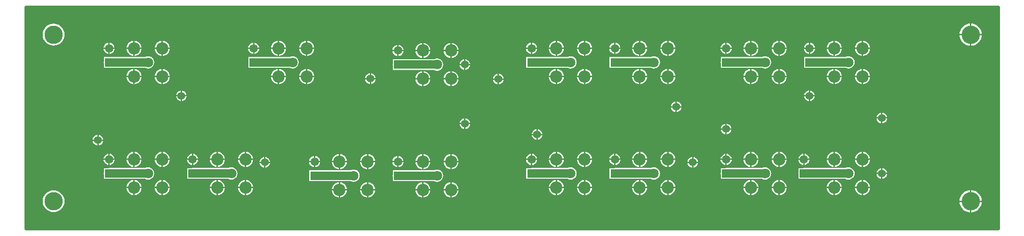
<source format=gbl>
G04*
G04 #@! TF.GenerationSoftware,Altium Limited,Altium Designer,22.3.1 (43)*
G04*
G04 Layer_Physical_Order=2*
G04 Layer_Color=16711680*
%FSLAX25Y25*%
%MOIN*%
G70*
G04*
G04 #@! TF.SameCoordinates,1231F7E6-A72B-4AA4-91AD-26716E8A39C1*
G04*
G04*
G04 #@! TF.FilePolarity,Positive*
G04*
G01*
G75*
%ADD12C,0.01968*%
%ADD21C,0.07087*%
%ADD22C,0.08661*%
%ADD23R,0.05906X0.05906*%
%ADD24C,0.05906*%
%ADD25C,0.13000*%
%ADD26C,0.05512*%
%ADD27C,0.06000*%
G36*
X688976Y0D02*
Y-157480D01*
X0Y-157480D01*
Y0D01*
X688976Y0D01*
D02*
G37*
%LPC*%
G36*
X669791Y-11796D02*
Y-19185D01*
X677180D01*
X677077Y-18136D01*
X676625Y-16647D01*
X675892Y-15275D01*
X674904Y-14072D01*
X673702Y-13085D01*
X672329Y-12351D01*
X670840Y-11899D01*
X669791Y-11796D01*
D02*
G37*
G36*
X668791D02*
X667743Y-11899D01*
X666254Y-12351D01*
X664881Y-13085D01*
X663678Y-14072D01*
X662691Y-15275D01*
X661957Y-16647D01*
X661506Y-18136D01*
X661402Y-19185D01*
X668791D01*
Y-11796D01*
D02*
G37*
G36*
X19685Y-11948D02*
X18176Y-12096D01*
X16724Y-12537D01*
X15386Y-13252D01*
X14214Y-14214D01*
X13252Y-15386D01*
X12537Y-16724D01*
X12096Y-18176D01*
X11948Y-19685D01*
X12096Y-21194D01*
X12537Y-22646D01*
X13252Y-23984D01*
X14214Y-25156D01*
X15386Y-26118D01*
X16724Y-26833D01*
X18176Y-27274D01*
X19685Y-27422D01*
X21194Y-27274D01*
X22646Y-26833D01*
X23984Y-26118D01*
X25156Y-25156D01*
X26118Y-23984D01*
X26833Y-22646D01*
X27274Y-21194D01*
X27422Y-19685D01*
X27274Y-18176D01*
X26833Y-16724D01*
X26118Y-15386D01*
X25156Y-14214D01*
X23984Y-13252D01*
X22646Y-12537D01*
X21194Y-12096D01*
X19685Y-11948D01*
D02*
G37*
G36*
X677180Y-20185D02*
X669791D01*
Y-27574D01*
X670840Y-27471D01*
X672329Y-27019D01*
X673702Y-26285D01*
X674904Y-25298D01*
X675892Y-24095D01*
X676625Y-22723D01*
X677077Y-21234D01*
X677180Y-20185D01*
D02*
G37*
G36*
X668791D02*
X661402D01*
X661506Y-21234D01*
X661957Y-22723D01*
X662691Y-24095D01*
X663678Y-25298D01*
X664881Y-26285D01*
X666254Y-27019D01*
X667743Y-27471D01*
X668791Y-27574D01*
Y-20185D01*
D02*
G37*
G36*
X179476Y-24059D02*
Y-28870D01*
X184287D01*
X184170Y-27979D01*
X183633Y-26682D01*
X182778Y-25568D01*
X181665Y-24714D01*
X180368Y-24177D01*
X179476Y-24059D01*
D02*
G37*
G36*
X199476D02*
Y-28870D01*
X204287D01*
X204170Y-27979D01*
X203633Y-26682D01*
X202778Y-25568D01*
X201665Y-24714D01*
X200368Y-24177D01*
X199476Y-24059D01*
D02*
G37*
G36*
X97114D02*
Y-28870D01*
X101925D01*
X101808Y-27979D01*
X101271Y-26682D01*
X100416Y-25568D01*
X99303Y-24714D01*
X98006Y-24177D01*
X97114Y-24059D01*
D02*
G37*
G36*
X77114D02*
Y-28870D01*
X81925D01*
X81808Y-27979D01*
X81271Y-26682D01*
X80416Y-25568D01*
X79303Y-24714D01*
X78006Y-24177D01*
X77114Y-24059D01*
D02*
G37*
G36*
X96114D02*
X95223Y-24177D01*
X93926Y-24714D01*
X92812Y-25568D01*
X91958Y-26682D01*
X91421Y-27979D01*
X91303Y-28870D01*
X96114D01*
Y-24059D01*
D02*
G37*
G36*
X76114D02*
X75223Y-24177D01*
X73926Y-24714D01*
X72812Y-25568D01*
X71958Y-26682D01*
X71421Y-27979D01*
X71303Y-28870D01*
X76114D01*
Y-24059D01*
D02*
G37*
G36*
X178476D02*
X177585Y-24177D01*
X176288Y-24714D01*
X175174Y-25568D01*
X174320Y-26682D01*
X173783Y-27979D01*
X173665Y-28870D01*
X178476D01*
Y-24059D01*
D02*
G37*
G36*
X198476D02*
X197585Y-24177D01*
X196288Y-24714D01*
X195175Y-25568D01*
X194320Y-26682D01*
X193783Y-27979D01*
X193666Y-28870D01*
X198476D01*
Y-24059D01*
D02*
G37*
G36*
X593177D02*
Y-28870D01*
X597988D01*
X597871Y-27979D01*
X597333Y-26682D01*
X596479Y-25568D01*
X595365Y-24714D01*
X594069Y-24177D01*
X593177Y-24059D01*
D02*
G37*
G36*
X573177D02*
Y-28870D01*
X577988D01*
X577871Y-27979D01*
X577333Y-26682D01*
X576479Y-25568D01*
X575365Y-24714D01*
X574069Y-24177D01*
X573177Y-24059D01*
D02*
G37*
G36*
X455382Y-24059D02*
Y-28870D01*
X460193D01*
X460075Y-27979D01*
X459538Y-26682D01*
X458684Y-25568D01*
X457570Y-24714D01*
X456274Y-24177D01*
X455382Y-24059D01*
D02*
G37*
G36*
X435382D02*
Y-28870D01*
X440193D01*
X440075Y-27979D01*
X439538Y-26682D01*
X438684Y-25568D01*
X437570Y-24714D01*
X436273Y-24177D01*
X435382Y-24059D01*
D02*
G37*
G36*
X534122Y-24059D02*
Y-28870D01*
X538933D01*
X538815Y-27979D01*
X538278Y-26682D01*
X537424Y-25568D01*
X536310Y-24714D01*
X535014Y-24177D01*
X534122Y-24059D01*
D02*
G37*
G36*
X514122D02*
Y-28870D01*
X518933D01*
X518816Y-27979D01*
X518278Y-26682D01*
X517424Y-25568D01*
X516310Y-24714D01*
X515014Y-24177D01*
X514122Y-24059D01*
D02*
G37*
G36*
X592177D02*
X591286Y-24177D01*
X589989Y-24714D01*
X588875Y-25568D01*
X588021Y-26682D01*
X587484Y-27979D01*
X587366Y-28870D01*
X592177D01*
Y-24059D01*
D02*
G37*
G36*
X454382Y-24059D02*
X453490Y-24177D01*
X452193Y-24714D01*
X451080Y-25568D01*
X450225Y-26682D01*
X449688Y-27979D01*
X449571Y-28870D01*
X454382D01*
Y-24059D01*
D02*
G37*
G36*
X434382D02*
X433490Y-24177D01*
X432194Y-24714D01*
X431080Y-25568D01*
X430226Y-26682D01*
X429688Y-27979D01*
X429571Y-28870D01*
X434382D01*
Y-24059D01*
D02*
G37*
G36*
X572177Y-24059D02*
X571286Y-24177D01*
X569989Y-24714D01*
X568875Y-25568D01*
X568021Y-26682D01*
X567484Y-27979D01*
X567366Y-28870D01*
X572177D01*
Y-24059D01*
D02*
G37*
G36*
X533122Y-24059D02*
X532231Y-24177D01*
X530934Y-24714D01*
X529820Y-25568D01*
X528966Y-26682D01*
X528429Y-27979D01*
X528311Y-28870D01*
X533122D01*
Y-24059D01*
D02*
G37*
G36*
X513122D02*
X512230Y-24177D01*
X510934Y-24714D01*
X509820Y-25568D01*
X508966Y-26682D01*
X508428Y-27979D01*
X508311Y-28870D01*
X513122D01*
Y-24059D01*
D02*
G37*
G36*
X396327Y-24059D02*
Y-28870D01*
X401138D01*
X401020Y-27979D01*
X400483Y-26682D01*
X399629Y-25568D01*
X398515Y-24714D01*
X397218Y-24177D01*
X396327Y-24059D01*
D02*
G37*
G36*
X376327D02*
Y-28870D01*
X381138D01*
X381020Y-27979D01*
X380483Y-26682D01*
X379629Y-25568D01*
X378515Y-24714D01*
X377218Y-24177D01*
X376327Y-24059D01*
D02*
G37*
G36*
X375327Y-24059D02*
X374435Y-24177D01*
X373138Y-24714D01*
X372025Y-25568D01*
X371170Y-26682D01*
X370633Y-27979D01*
X370516Y-28870D01*
X375327D01*
Y-24059D01*
D02*
G37*
G36*
X395327D02*
X394435Y-24177D01*
X393138Y-24714D01*
X392025Y-25568D01*
X391170Y-26682D01*
X390633Y-27979D01*
X390516Y-28870D01*
X395327D01*
Y-24059D01*
D02*
G37*
G36*
X555618Y-25449D02*
Y-28870D01*
X559039D01*
X558969Y-28338D01*
X558571Y-27377D01*
X557937Y-26551D01*
X557112Y-25917D01*
X556150Y-25519D01*
X555618Y-25449D01*
D02*
G37*
G36*
X417823Y-25449D02*
Y-28870D01*
X421244D01*
X421174Y-28338D01*
X420776Y-27377D01*
X420142Y-26551D01*
X419316Y-25917D01*
X418355Y-25519D01*
X417823Y-25449D01*
D02*
G37*
G36*
X59555Y-25449D02*
Y-28870D01*
X62976D01*
X62906Y-28338D01*
X62508Y-27377D01*
X61874Y-26551D01*
X61049Y-25917D01*
X60087Y-25519D01*
X59555Y-25449D01*
D02*
G37*
G36*
X496563Y-25449D02*
Y-28870D01*
X499984D01*
X499914Y-28338D01*
X499516Y-27377D01*
X498882Y-26551D01*
X498056Y-25917D01*
X497095Y-25519D01*
X496563Y-25449D01*
D02*
G37*
G36*
X58555D02*
X58023Y-25519D01*
X57062Y-25917D01*
X56236Y-26551D01*
X55602Y-27377D01*
X55204Y-28338D01*
X55134Y-28870D01*
X58555D01*
Y-25449D01*
D02*
G37*
G36*
X554618D02*
X554086Y-25519D01*
X553125Y-25917D01*
X552299Y-26551D01*
X551665Y-27377D01*
X551267Y-28338D01*
X551197Y-28870D01*
X554618D01*
Y-25449D01*
D02*
G37*
G36*
X416823Y-25449D02*
X416291Y-25519D01*
X415329Y-25917D01*
X414504Y-26551D01*
X413870Y-27377D01*
X413472Y-28338D01*
X413402Y-28870D01*
X416823D01*
Y-25449D01*
D02*
G37*
G36*
X495563Y-25449D02*
X495031Y-25519D01*
X494069Y-25917D01*
X493244Y-26551D01*
X492610Y-27377D01*
X492212Y-28338D01*
X492142Y-28870D01*
X495563D01*
Y-25449D01*
D02*
G37*
G36*
X358768Y-25449D02*
Y-28870D01*
X362189D01*
X362119Y-28338D01*
X361720Y-27377D01*
X361087Y-26551D01*
X360261Y-25917D01*
X359300Y-25519D01*
X358768Y-25449D01*
D02*
G37*
G36*
X161917D02*
Y-28870D01*
X165338D01*
X165268Y-28338D01*
X164870Y-27377D01*
X164236Y-26551D01*
X163411Y-25917D01*
X162449Y-25519D01*
X161917Y-25449D01*
D02*
G37*
G36*
X357768Y-25449D02*
X357236Y-25519D01*
X356274Y-25917D01*
X355449Y-26551D01*
X354815Y-27377D01*
X354417Y-28338D01*
X354347Y-28870D01*
X357768D01*
Y-25449D01*
D02*
G37*
G36*
X160917D02*
X160385Y-25519D01*
X159424Y-25917D01*
X158598Y-26551D01*
X157965Y-27377D01*
X157566Y-28338D01*
X157496Y-28870D01*
X160917D01*
Y-25449D01*
D02*
G37*
G36*
X264181Y-27023D02*
Y-30444D01*
X267602D01*
X267532Y-29912D01*
X267134Y-28951D01*
X266501Y-28125D01*
X265675Y-27491D01*
X264713Y-27093D01*
X264181Y-27023D01*
D02*
G37*
G36*
X263181Y-27023D02*
X262649Y-27093D01*
X261688Y-27491D01*
X260862Y-28125D01*
X260229Y-28951D01*
X259830Y-29912D01*
X259760Y-30444D01*
X263181D01*
Y-27023D01*
D02*
G37*
G36*
X301741Y-25633D02*
Y-30444D01*
X306551D01*
X306434Y-29552D01*
X305897Y-28256D01*
X305042Y-27142D01*
X303929Y-26288D01*
X302632Y-25750D01*
X301741Y-25633D01*
D02*
G37*
G36*
X281740D02*
Y-30444D01*
X286551D01*
X286434Y-29552D01*
X285897Y-28256D01*
X285042Y-27142D01*
X283929Y-26288D01*
X282632Y-25750D01*
X281740Y-25633D01*
D02*
G37*
G36*
X280740Y-25633D02*
X279849Y-25750D01*
X278552Y-26288D01*
X277438Y-27142D01*
X276584Y-28256D01*
X276047Y-29552D01*
X275930Y-30444D01*
X280740D01*
Y-25633D01*
D02*
G37*
G36*
X300741D02*
X299849Y-25750D01*
X298552Y-26288D01*
X297439Y-27142D01*
X296584Y-28256D01*
X296047Y-29552D01*
X295930Y-30444D01*
X300741D01*
Y-25633D01*
D02*
G37*
G36*
X416823Y-29870D02*
X413402D01*
X413472Y-30402D01*
X413870Y-31363D01*
X414504Y-32189D01*
X415329Y-32823D01*
X416291Y-33221D01*
X416823Y-33291D01*
Y-29870D01*
D02*
G37*
G36*
X421244D02*
X417823D01*
Y-33291D01*
X418355Y-33221D01*
X419316Y-32823D01*
X420142Y-32189D01*
X420776Y-31363D01*
X421174Y-30402D01*
X421244Y-29870D01*
D02*
G37*
G36*
X357768Y-29870D02*
X354347D01*
X354417Y-30402D01*
X354815Y-31363D01*
X355449Y-32189D01*
X356274Y-32823D01*
X357236Y-33221D01*
X357768Y-33291D01*
Y-29870D01*
D02*
G37*
G36*
X160917D02*
X157496D01*
X157566Y-30402D01*
X157965Y-31363D01*
X158598Y-32189D01*
X159424Y-32823D01*
X160385Y-33221D01*
X160917Y-33291D01*
Y-29870D01*
D02*
G37*
G36*
X58555Y-29870D02*
X55134D01*
X55204Y-30402D01*
X55602Y-31363D01*
X56236Y-32189D01*
X57062Y-32823D01*
X58023Y-33221D01*
X58555Y-33291D01*
Y-29870D01*
D02*
G37*
G36*
X554618D02*
X551197D01*
X551267Y-30402D01*
X551665Y-31363D01*
X552299Y-32189D01*
X553125Y-32823D01*
X554086Y-33221D01*
X554618Y-33291D01*
Y-29870D01*
D02*
G37*
G36*
X62976D02*
X59555D01*
Y-33291D01*
X60087Y-33221D01*
X61049Y-32823D01*
X61874Y-32189D01*
X62508Y-31363D01*
X62906Y-30402D01*
X62976Y-29870D01*
D02*
G37*
G36*
X559039D02*
X555618D01*
Y-33291D01*
X556150Y-33221D01*
X557112Y-32823D01*
X557937Y-32189D01*
X558571Y-31363D01*
X558969Y-30402D01*
X559039Y-29870D01*
D02*
G37*
G36*
X495563D02*
X492142D01*
X492212Y-30402D01*
X492610Y-31363D01*
X493244Y-32189D01*
X494069Y-32823D01*
X495031Y-33221D01*
X495563Y-33291D01*
Y-29870D01*
D02*
G37*
G36*
X165338Y-29870D02*
X161917D01*
Y-33291D01*
X162449Y-33221D01*
X163411Y-32823D01*
X164236Y-32189D01*
X164870Y-31363D01*
X165268Y-30402D01*
X165338Y-29870D01*
D02*
G37*
G36*
X362189D02*
X358768D01*
Y-33291D01*
X359300Y-33221D01*
X360261Y-32823D01*
X361087Y-32189D01*
X361720Y-31363D01*
X362119Y-30402D01*
X362189Y-29870D01*
D02*
G37*
G36*
X499984Y-29870D02*
X496563D01*
Y-33291D01*
X497095Y-33221D01*
X498056Y-32823D01*
X498882Y-32189D01*
X499516Y-31363D01*
X499914Y-30402D01*
X499984Y-29870D01*
D02*
G37*
G36*
X440193Y-29870D02*
X435382D01*
Y-34681D01*
X436273Y-34564D01*
X437570Y-34026D01*
X438684Y-33172D01*
X439538Y-32058D01*
X440075Y-30762D01*
X440193Y-29870D01*
D02*
G37*
G36*
X460193D02*
X455382D01*
Y-34681D01*
X456274Y-34564D01*
X457570Y-34026D01*
X458684Y-33172D01*
X459538Y-32058D01*
X460075Y-30762D01*
X460193Y-29870D01*
D02*
G37*
G36*
X454382D02*
X449571D01*
X449688Y-30762D01*
X450225Y-32058D01*
X451080Y-33172D01*
X452193Y-34026D01*
X453490Y-34564D01*
X454382Y-34681D01*
Y-29870D01*
D02*
G37*
G36*
X434382D02*
X429571D01*
X429688Y-30762D01*
X430226Y-32058D01*
X431080Y-33172D01*
X432194Y-34026D01*
X433490Y-34564D01*
X434382Y-34681D01*
Y-29870D01*
D02*
G37*
G36*
X204287Y-29870D02*
X199476D01*
Y-34681D01*
X200368Y-34564D01*
X201665Y-34026D01*
X202778Y-33172D01*
X203633Y-32058D01*
X204170Y-30762D01*
X204287Y-29870D01*
D02*
G37*
G36*
X184287D02*
X179476D01*
Y-34681D01*
X180368Y-34564D01*
X181665Y-34026D01*
X182778Y-33172D01*
X183633Y-32058D01*
X184170Y-30762D01*
X184287Y-29870D01*
D02*
G37*
G36*
X395327Y-29870D02*
X390516D01*
X390633Y-30762D01*
X391170Y-32058D01*
X392025Y-33172D01*
X393138Y-34026D01*
X394435Y-34564D01*
X395327Y-34681D01*
Y-29870D01*
D02*
G37*
G36*
X375327D02*
X370516D01*
X370633Y-30762D01*
X371170Y-32058D01*
X372025Y-33172D01*
X373138Y-34026D01*
X374435Y-34564D01*
X375327Y-34681D01*
Y-29870D01*
D02*
G37*
G36*
X592177Y-29870D02*
X587366D01*
X587484Y-30762D01*
X588021Y-32058D01*
X588875Y-33172D01*
X589989Y-34026D01*
X591286Y-34564D01*
X592177Y-34681D01*
Y-29870D01*
D02*
G37*
G36*
X572177D02*
X567366D01*
X567484Y-30762D01*
X568021Y-32058D01*
X568875Y-33172D01*
X569989Y-34026D01*
X571286Y-34564D01*
X572177Y-34681D01*
Y-29870D01*
D02*
G37*
G36*
X101925Y-29870D02*
X97114D01*
Y-34681D01*
X98006Y-34564D01*
X99303Y-34026D01*
X100416Y-33172D01*
X101271Y-32058D01*
X101808Y-30762D01*
X101925Y-29870D01*
D02*
G37*
G36*
X81925D02*
X77114D01*
Y-34681D01*
X78006Y-34564D01*
X79303Y-34026D01*
X80416Y-33172D01*
X81271Y-32058D01*
X81808Y-30762D01*
X81925Y-29870D01*
D02*
G37*
G36*
X96114D02*
X91303D01*
X91421Y-30762D01*
X91958Y-32058D01*
X92812Y-33172D01*
X93926Y-34026D01*
X95223Y-34564D01*
X96114Y-34681D01*
Y-29870D01*
D02*
G37*
G36*
X76114D02*
X71303D01*
X71421Y-30762D01*
X71958Y-32058D01*
X72812Y-33172D01*
X73926Y-34026D01*
X75223Y-34564D01*
X76114Y-34681D01*
Y-29870D01*
D02*
G37*
G36*
X597988Y-29870D02*
X593177D01*
Y-34681D01*
X594069Y-34564D01*
X595365Y-34026D01*
X596479Y-33172D01*
X597333Y-32058D01*
X597871Y-30762D01*
X597988Y-29870D01*
D02*
G37*
G36*
X577988D02*
X573177D01*
Y-34681D01*
X574069Y-34564D01*
X575365Y-34026D01*
X576479Y-33172D01*
X577333Y-32058D01*
X577871Y-30762D01*
X577988Y-29870D01*
D02*
G37*
G36*
X401138Y-29870D02*
X396327D01*
Y-34681D01*
X397218Y-34564D01*
X398515Y-34026D01*
X399629Y-33172D01*
X400483Y-32058D01*
X401020Y-30762D01*
X401138Y-29870D01*
D02*
G37*
G36*
X381138D02*
X376327D01*
Y-34681D01*
X377218Y-34564D01*
X378515Y-34026D01*
X379629Y-33172D01*
X380483Y-32058D01*
X381020Y-30762D01*
X381138Y-29870D01*
D02*
G37*
G36*
X198476Y-29870D02*
X193666D01*
X193783Y-30762D01*
X194320Y-32058D01*
X195175Y-33172D01*
X196288Y-34026D01*
X197585Y-34564D01*
X198476Y-34681D01*
Y-29870D01*
D02*
G37*
G36*
X178476D02*
X173665D01*
X173783Y-30762D01*
X174320Y-32058D01*
X175174Y-33172D01*
X176288Y-34026D01*
X177585Y-34564D01*
X178476Y-34681D01*
Y-29870D01*
D02*
G37*
G36*
X533122Y-29870D02*
X528311D01*
X528429Y-30762D01*
X528966Y-32058D01*
X529820Y-33172D01*
X530934Y-34027D01*
X532231Y-34564D01*
X533122Y-34681D01*
Y-29870D01*
D02*
G37*
G36*
X513122D02*
X508311D01*
X508428Y-30762D01*
X508966Y-32058D01*
X509820Y-33172D01*
X510934Y-34027D01*
X512230Y-34564D01*
X513122Y-34681D01*
Y-29870D01*
D02*
G37*
G36*
X538933D02*
X534122D01*
Y-34681D01*
X535014Y-34564D01*
X536310Y-34027D01*
X537424Y-33172D01*
X538278Y-32058D01*
X538815Y-30762D01*
X538933Y-29870D01*
D02*
G37*
G36*
X518933D02*
X514122D01*
Y-34681D01*
X515014Y-34564D01*
X516310Y-34027D01*
X517424Y-33172D01*
X518278Y-32058D01*
X518816Y-30762D01*
X518933Y-29870D01*
D02*
G37*
G36*
X267602Y-31444D02*
X264181D01*
Y-34865D01*
X264713Y-34795D01*
X265675Y-34397D01*
X266501Y-33763D01*
X267134Y-32937D01*
X267532Y-31976D01*
X267602Y-31444D01*
D02*
G37*
G36*
X263181D02*
X259760D01*
X259830Y-31976D01*
X260229Y-32937D01*
X260862Y-33763D01*
X261688Y-34397D01*
X262649Y-34795D01*
X263181Y-34865D01*
Y-31444D01*
D02*
G37*
G36*
X306551Y-31444D02*
X301741D01*
Y-36255D01*
X302632Y-36138D01*
X303929Y-35600D01*
X305042Y-34746D01*
X305897Y-33632D01*
X306434Y-32336D01*
X306551Y-31444D01*
D02*
G37*
G36*
X286551D02*
X281740D01*
Y-36255D01*
X282632Y-36138D01*
X283929Y-35600D01*
X285042Y-34746D01*
X285897Y-33632D01*
X286434Y-32336D01*
X286551Y-31444D01*
D02*
G37*
G36*
X300741D02*
X295930D01*
X296047Y-32336D01*
X296584Y-33632D01*
X297439Y-34746D01*
X298552Y-35600D01*
X299849Y-36138D01*
X300741Y-36255D01*
Y-31444D01*
D02*
G37*
G36*
X280740D02*
X275930D01*
X276047Y-32336D01*
X276584Y-33632D01*
X277438Y-34746D01*
X278552Y-35600D01*
X279849Y-36138D01*
X280740Y-36255D01*
Y-31444D01*
D02*
G37*
G36*
X311425Y-37222D02*
Y-40444D01*
X314648D01*
X314585Y-39963D01*
X314206Y-39050D01*
X313604Y-38265D01*
X312820Y-37663D01*
X311906Y-37285D01*
X311425Y-37222D01*
D02*
G37*
G36*
X310425D02*
X309945Y-37285D01*
X309031Y-37663D01*
X308247Y-38265D01*
X307645Y-39050D01*
X307266Y-39963D01*
X307203Y-40444D01*
X310425D01*
Y-37222D01*
D02*
G37*
G36*
X444882Y-34989D02*
X443748Y-35139D01*
X442786Y-35537D01*
X417323D01*
X416715Y-35617D01*
X413570D01*
Y-38762D01*
X413490Y-39370D01*
X413570Y-39978D01*
Y-43123D01*
X416715D01*
X417323Y-43203D01*
X442786D01*
X443748Y-43602D01*
X444882Y-43751D01*
X446016Y-43602D01*
X447072Y-43164D01*
X447980Y-42468D01*
X448676Y-41561D01*
X449113Y-40504D01*
X449263Y-39370D01*
X449113Y-38236D01*
X448676Y-37180D01*
X447980Y-36272D01*
X447072Y-35576D01*
X446016Y-35139D01*
X444882Y-34989D01*
D02*
G37*
G36*
X582677Y-34989D02*
X581543Y-35139D01*
X580581Y-35537D01*
X555118D01*
X554510Y-35617D01*
X551365D01*
Y-38762D01*
X551285Y-39370D01*
X551365Y-39978D01*
Y-43123D01*
X554510D01*
X555118Y-43203D01*
X580581D01*
X581543Y-43602D01*
X582677Y-43751D01*
X583811Y-43602D01*
X584868Y-43164D01*
X585775Y-42468D01*
X586471Y-41561D01*
X586909Y-40504D01*
X587058Y-39370D01*
X586909Y-38236D01*
X586471Y-37180D01*
X585775Y-36272D01*
X584868Y-35576D01*
X583811Y-35139D01*
X582677Y-34989D01*
D02*
G37*
G36*
X385827D02*
X384693Y-35139D01*
X383730Y-35537D01*
X358268D01*
X357660Y-35617D01*
X354515D01*
Y-38762D01*
X354435Y-39370D01*
X354515Y-39978D01*
Y-43123D01*
X357660D01*
X358268Y-43203D01*
X383730D01*
X384693Y-43602D01*
X385827Y-43751D01*
X386961Y-43602D01*
X388017Y-43164D01*
X388924Y-42468D01*
X389621Y-41561D01*
X390058Y-40504D01*
X390208Y-39370D01*
X390058Y-38236D01*
X389621Y-37180D01*
X388924Y-36272D01*
X388017Y-35576D01*
X386961Y-35139D01*
X385827Y-34989D01*
D02*
G37*
G36*
X188976D02*
X187843Y-35139D01*
X186880Y-35537D01*
X161417D01*
X160809Y-35617D01*
X157665D01*
Y-38762D01*
X157585Y-39370D01*
X157665Y-39978D01*
Y-43123D01*
X160809D01*
X161417Y-43203D01*
X186880D01*
X187843Y-43602D01*
X188976Y-43751D01*
X190110Y-43602D01*
X191167Y-43164D01*
X192074Y-42468D01*
X192770Y-41561D01*
X193208Y-40504D01*
X193357Y-39370D01*
X193208Y-38236D01*
X192770Y-37180D01*
X192074Y-36272D01*
X191167Y-35576D01*
X190110Y-35139D01*
X188976Y-34989D01*
D02*
G37*
G36*
X86614D02*
X85480Y-35139D01*
X84518Y-35537D01*
X59055D01*
X58447Y-35617D01*
X55302D01*
Y-38762D01*
X55222Y-39370D01*
X55302Y-39978D01*
Y-43123D01*
X58447D01*
X59055Y-43203D01*
X84518D01*
X85480Y-43602D01*
X86614Y-43751D01*
X87748Y-43602D01*
X88805Y-43164D01*
X89712Y-42468D01*
X90408Y-41561D01*
X90846Y-40504D01*
X90995Y-39370D01*
X90846Y-38236D01*
X90408Y-37180D01*
X89712Y-36272D01*
X88805Y-35576D01*
X87748Y-35139D01*
X86614Y-34989D01*
D02*
G37*
G36*
X523622Y-34989D02*
X522488Y-35139D01*
X521526Y-35537D01*
X496063D01*
X495455Y-35617D01*
X492310D01*
Y-38762D01*
X492230Y-39370D01*
X492310Y-39978D01*
Y-43123D01*
X495455D01*
X496063Y-43203D01*
X521526D01*
X522488Y-43602D01*
X523622Y-43751D01*
X524756Y-43602D01*
X525812Y-43164D01*
X526720Y-42468D01*
X527416Y-41561D01*
X527853Y-40504D01*
X528003Y-39370D01*
X527853Y-38236D01*
X527416Y-37180D01*
X526720Y-36272D01*
X525812Y-35576D01*
X524756Y-35139D01*
X523622Y-34989D01*
D02*
G37*
G36*
X314648Y-41444D02*
X311425D01*
Y-44666D01*
X311906Y-44603D01*
X312820Y-44225D01*
X313604Y-43623D01*
X314206Y-42838D01*
X314585Y-41925D01*
X314648Y-41444D01*
D02*
G37*
G36*
X310425D02*
X307203D01*
X307266Y-41925D01*
X307645Y-42838D01*
X308247Y-43623D01*
X309031Y-44225D01*
X309945Y-44603D01*
X310425Y-44666D01*
Y-41444D01*
D02*
G37*
G36*
X291241Y-36563D02*
X290107Y-36713D01*
X289144Y-37111D01*
X263681D01*
X263073Y-37191D01*
X259929D01*
Y-40336D01*
X259849Y-40944D01*
X259929Y-41552D01*
Y-44697D01*
X263073D01*
X263681Y-44777D01*
X289144D01*
X290107Y-45175D01*
X291241Y-45325D01*
X292374Y-45175D01*
X293431Y-44738D01*
X294338Y-44042D01*
X295034Y-43134D01*
X295472Y-42078D01*
X295621Y-40944D01*
X295472Y-39810D01*
X295034Y-38754D01*
X294338Y-37846D01*
X293431Y-37150D01*
X292374Y-36713D01*
X291241Y-36563D01*
D02*
G37*
G36*
X455382Y-44059D02*
Y-48870D01*
X460193D01*
X460075Y-47978D01*
X459538Y-46682D01*
X458684Y-45568D01*
X457570Y-44714D01*
X456274Y-44177D01*
X455382Y-44059D01*
D02*
G37*
G36*
X435382D02*
Y-48870D01*
X440193D01*
X440075Y-47978D01*
X439538Y-46682D01*
X438684Y-45568D01*
X437570Y-44714D01*
X436273Y-44177D01*
X435382Y-44059D01*
D02*
G37*
G36*
X454382D02*
X453490Y-44177D01*
X452193Y-44714D01*
X451080Y-45568D01*
X450225Y-46682D01*
X449688Y-47978D01*
X449571Y-48870D01*
X454382D01*
Y-44059D01*
D02*
G37*
G36*
X434382D02*
X433490Y-44177D01*
X432194Y-44714D01*
X431080Y-45568D01*
X430226Y-46682D01*
X429688Y-47978D01*
X429571Y-48870D01*
X434382D01*
Y-44059D01*
D02*
G37*
G36*
X593177Y-44059D02*
Y-48870D01*
X597988D01*
X597871Y-47978D01*
X597333Y-46682D01*
X596479Y-45568D01*
X595365Y-44714D01*
X594069Y-44177D01*
X593177Y-44059D01*
D02*
G37*
G36*
X573177D02*
Y-48870D01*
X577988D01*
X577871Y-47978D01*
X577333Y-46682D01*
X576479Y-45568D01*
X575365Y-44714D01*
X574069Y-44177D01*
X573177Y-44059D01*
D02*
G37*
G36*
X534122Y-44059D02*
Y-48870D01*
X538933D01*
X538815Y-47978D01*
X538278Y-46682D01*
X537424Y-45568D01*
X536310Y-44714D01*
X535014Y-44177D01*
X534122Y-44059D01*
D02*
G37*
G36*
X514122D02*
Y-48870D01*
X518933D01*
X518816Y-47978D01*
X518278Y-46682D01*
X517424Y-45568D01*
X516310Y-44714D01*
X515014Y-44177D01*
X514122Y-44059D01*
D02*
G37*
G36*
X533122Y-44059D02*
X532231Y-44177D01*
X530934Y-44714D01*
X529820Y-45568D01*
X528966Y-46682D01*
X528429Y-47978D01*
X528311Y-48870D01*
X533122D01*
Y-44059D01*
D02*
G37*
G36*
X513122D02*
X512230Y-44177D01*
X510934Y-44714D01*
X509820Y-45568D01*
X508966Y-46682D01*
X508428Y-47978D01*
X508311Y-48870D01*
X513122D01*
Y-44059D01*
D02*
G37*
G36*
X592177Y-44059D02*
X591286Y-44177D01*
X589989Y-44714D01*
X588875Y-45568D01*
X588021Y-46682D01*
X587484Y-47978D01*
X587366Y-48870D01*
X592177D01*
Y-44059D01*
D02*
G37*
G36*
X572177D02*
X571286Y-44177D01*
X569989Y-44714D01*
X568875Y-45568D01*
X568021Y-46682D01*
X567484Y-47978D01*
X567366Y-48870D01*
X572177D01*
Y-44059D01*
D02*
G37*
G36*
X396327Y-44059D02*
Y-48870D01*
X401138D01*
X401020Y-47978D01*
X400483Y-46682D01*
X399629Y-45568D01*
X398515Y-44714D01*
X397218Y-44177D01*
X396327Y-44059D01*
D02*
G37*
G36*
X376327D02*
Y-48870D01*
X381138D01*
X381020Y-47978D01*
X380483Y-46682D01*
X379629Y-45568D01*
X378515Y-44714D01*
X377218Y-44177D01*
X376327Y-44059D01*
D02*
G37*
G36*
X375327Y-44059D02*
X374435Y-44177D01*
X373138Y-44714D01*
X372025Y-45568D01*
X371170Y-46682D01*
X370633Y-47978D01*
X370516Y-48870D01*
X375327D01*
Y-44059D01*
D02*
G37*
G36*
X395327D02*
X394435Y-44177D01*
X393138Y-44714D01*
X392025Y-45568D01*
X391170Y-46682D01*
X390633Y-47978D01*
X390516Y-48870D01*
X395327D01*
Y-44059D01*
D02*
G37*
G36*
X199476Y-44059D02*
Y-48870D01*
X204287D01*
X204170Y-47978D01*
X203633Y-46682D01*
X202778Y-45568D01*
X201665Y-44714D01*
X200368Y-44177D01*
X199476Y-44059D01*
D02*
G37*
G36*
X179476D02*
Y-48870D01*
X184287D01*
X184170Y-47978D01*
X183633Y-46682D01*
X182778Y-45568D01*
X181665Y-44714D01*
X180368Y-44177D01*
X179476Y-44059D01*
D02*
G37*
G36*
X97114D02*
Y-48870D01*
X101925D01*
X101808Y-47978D01*
X101271Y-46682D01*
X100416Y-45568D01*
X99303Y-44714D01*
X98006Y-44177D01*
X97114Y-44059D01*
D02*
G37*
G36*
X77114D02*
Y-48870D01*
X81925D01*
X81808Y-47978D01*
X81271Y-46682D01*
X80416Y-45568D01*
X79303Y-44714D01*
X78006Y-44177D01*
X77114Y-44059D01*
D02*
G37*
G36*
X96114D02*
X95223Y-44177D01*
X93926Y-44714D01*
X92812Y-45568D01*
X91958Y-46682D01*
X91421Y-47978D01*
X91303Y-48870D01*
X96114D01*
Y-44059D01*
D02*
G37*
G36*
X76114D02*
X75223Y-44177D01*
X73926Y-44714D01*
X72812Y-45568D01*
X71958Y-46682D01*
X71421Y-47978D01*
X71303Y-48870D01*
X76114D01*
Y-44059D01*
D02*
G37*
G36*
X198476D02*
X197585Y-44177D01*
X196288Y-44714D01*
X195175Y-45568D01*
X194320Y-46682D01*
X193783Y-47978D01*
X193666Y-48870D01*
X198476D01*
Y-44059D01*
D02*
G37*
G36*
X178476D02*
X177585Y-44177D01*
X176288Y-44714D01*
X175174Y-45568D01*
X174320Y-46682D01*
X173783Y-47978D01*
X173665Y-48870D01*
X178476D01*
Y-44059D01*
D02*
G37*
G36*
X244595Y-47221D02*
Y-50444D01*
X247817D01*
X247754Y-49964D01*
X247375Y-49050D01*
X246773Y-48265D01*
X245989Y-47663D01*
X245075Y-47285D01*
X244595Y-47221D01*
D02*
G37*
G36*
X243595D02*
X243114Y-47285D01*
X242200Y-47663D01*
X241416Y-48265D01*
X240814Y-49050D01*
X240435Y-49964D01*
X240372Y-50444D01*
X243595D01*
Y-47221D01*
D02*
G37*
G36*
X301741Y-45633D02*
Y-50444D01*
X306551D01*
X306434Y-49552D01*
X305897Y-48256D01*
X305042Y-47142D01*
X303929Y-46288D01*
X302632Y-45750D01*
X301741Y-45633D01*
D02*
G37*
G36*
X281740D02*
Y-50444D01*
X286551D01*
X286434Y-49552D01*
X285897Y-48256D01*
X285042Y-47142D01*
X283929Y-46288D01*
X282632Y-45750D01*
X281740Y-45633D01*
D02*
G37*
G36*
X280740Y-45633D02*
X279849Y-45750D01*
X278552Y-46288D01*
X277438Y-47142D01*
X276584Y-48256D01*
X276047Y-49552D01*
X275930Y-50444D01*
X280740D01*
Y-45633D01*
D02*
G37*
G36*
X300741D02*
X299849Y-45750D01*
X298552Y-46288D01*
X297439Y-47142D01*
X296584Y-48256D01*
X296047Y-49552D01*
X295930Y-50444D01*
X300741D01*
Y-45633D01*
D02*
G37*
G36*
X335146Y-47459D02*
Y-50681D01*
X338368D01*
X338305Y-50201D01*
X337926Y-49287D01*
X337324Y-48502D01*
X336540Y-47900D01*
X335626Y-47522D01*
X335146Y-47459D01*
D02*
G37*
G36*
X334146D02*
X333665Y-47522D01*
X332751Y-47900D01*
X331967Y-48502D01*
X331365Y-49287D01*
X330986Y-50201D01*
X330923Y-50681D01*
X334146D01*
Y-47459D01*
D02*
G37*
G36*
X247817Y-51444D02*
X244595D01*
Y-54667D01*
X245075Y-54603D01*
X245989Y-54225D01*
X246773Y-53623D01*
X247375Y-52838D01*
X247754Y-51925D01*
X247817Y-51444D01*
D02*
G37*
G36*
X243595D02*
X240372D01*
X240435Y-51925D01*
X240814Y-52838D01*
X241416Y-53623D01*
X242200Y-54225D01*
X243114Y-54603D01*
X243595Y-54667D01*
Y-51444D01*
D02*
G37*
G36*
X460193Y-49870D02*
X455382D01*
Y-54681D01*
X456274Y-54564D01*
X457570Y-54026D01*
X458684Y-53172D01*
X459538Y-52058D01*
X460075Y-50762D01*
X460193Y-49870D01*
D02*
G37*
G36*
X440193D02*
X435382D01*
Y-54681D01*
X436273Y-54564D01*
X437570Y-54026D01*
X438684Y-53172D01*
X439538Y-52058D01*
X440075Y-50762D01*
X440193Y-49870D01*
D02*
G37*
G36*
X454382D02*
X449571D01*
X449688Y-50762D01*
X450225Y-52058D01*
X451080Y-53172D01*
X452193Y-54026D01*
X453490Y-54564D01*
X454382Y-54681D01*
Y-49870D01*
D02*
G37*
G36*
X434382D02*
X429571D01*
X429688Y-50762D01*
X430226Y-52058D01*
X431080Y-53172D01*
X432194Y-54026D01*
X433490Y-54564D01*
X434382Y-54681D01*
Y-49870D01*
D02*
G37*
G36*
X597988Y-49870D02*
X593177D01*
Y-54681D01*
X594069Y-54564D01*
X595365Y-54026D01*
X596479Y-53172D01*
X597333Y-52058D01*
X597871Y-50762D01*
X597988Y-49870D01*
D02*
G37*
G36*
X577988D02*
X573177D01*
Y-54681D01*
X574069Y-54564D01*
X575365Y-54026D01*
X576479Y-53172D01*
X577333Y-52058D01*
X577871Y-50762D01*
X577988Y-49870D01*
D02*
G37*
G36*
X204287Y-49870D02*
X199476D01*
Y-54681D01*
X200368Y-54564D01*
X201665Y-54026D01*
X202778Y-53172D01*
X203633Y-52058D01*
X204170Y-50762D01*
X204287Y-49870D01*
D02*
G37*
G36*
X184287D02*
X179476D01*
Y-54681D01*
X180368Y-54564D01*
X181665Y-54026D01*
X182778Y-53172D01*
X183633Y-52058D01*
X184170Y-50762D01*
X184287Y-49870D01*
D02*
G37*
G36*
X401138Y-49870D02*
X396327D01*
Y-54681D01*
X397218Y-54564D01*
X398515Y-54026D01*
X399629Y-53172D01*
X400483Y-52058D01*
X401020Y-50762D01*
X401138Y-49870D01*
D02*
G37*
G36*
X381138D02*
X376327D01*
Y-54681D01*
X377218Y-54564D01*
X378515Y-54026D01*
X379629Y-53172D01*
X380483Y-52058D01*
X381020Y-50762D01*
X381138Y-49870D01*
D02*
G37*
G36*
X101925Y-49870D02*
X97114D01*
Y-54681D01*
X98006Y-54564D01*
X99303Y-54026D01*
X100416Y-53172D01*
X101271Y-52058D01*
X101808Y-50762D01*
X101925Y-49870D01*
D02*
G37*
G36*
X81925D02*
X77114D01*
Y-54681D01*
X78006Y-54564D01*
X79303Y-54026D01*
X80416Y-53172D01*
X81271Y-52058D01*
X81808Y-50762D01*
X81925Y-49870D01*
D02*
G37*
G36*
X96114D02*
X91303D01*
X91421Y-50762D01*
X91958Y-52058D01*
X92812Y-53172D01*
X93926Y-54026D01*
X95223Y-54564D01*
X96114Y-54681D01*
Y-49870D01*
D02*
G37*
G36*
X76114D02*
X71303D01*
X71421Y-50762D01*
X71958Y-52058D01*
X72812Y-53172D01*
X73926Y-54026D01*
X75223Y-54564D01*
X76114Y-54681D01*
Y-49870D01*
D02*
G37*
G36*
X375327Y-49870D02*
X370516D01*
X370633Y-50762D01*
X371170Y-52058D01*
X372025Y-53172D01*
X373138Y-54026D01*
X374435Y-54564D01*
X375327Y-54681D01*
Y-49870D01*
D02*
G37*
G36*
X395327D02*
X390516D01*
X390633Y-50762D01*
X391170Y-52058D01*
X392025Y-53172D01*
X393138Y-54026D01*
X394435Y-54564D01*
X395327Y-54681D01*
Y-49870D01*
D02*
G37*
G36*
X198476Y-49870D02*
X193666D01*
X193783Y-50762D01*
X194320Y-52058D01*
X195175Y-53172D01*
X196288Y-54026D01*
X197585Y-54564D01*
X198476Y-54681D01*
Y-49870D01*
D02*
G37*
G36*
X178476D02*
X173665D01*
X173783Y-50762D01*
X174320Y-52058D01*
X175174Y-53172D01*
X176288Y-54026D01*
X177585Y-54564D01*
X178476Y-54681D01*
Y-49870D01*
D02*
G37*
G36*
X592177Y-49870D02*
X587366D01*
X587484Y-50762D01*
X588021Y-52058D01*
X588875Y-53172D01*
X589989Y-54026D01*
X591286Y-54564D01*
X592177Y-54681D01*
Y-49870D01*
D02*
G37*
G36*
X572177D02*
X567366D01*
X567484Y-50762D01*
X568021Y-52058D01*
X568875Y-53172D01*
X569989Y-54026D01*
X571286Y-54564D01*
X572177Y-54681D01*
Y-49870D01*
D02*
G37*
G36*
X538933D02*
X534122D01*
Y-54681D01*
X535014Y-54564D01*
X536310Y-54027D01*
X537424Y-53172D01*
X538278Y-52059D01*
X538815Y-50762D01*
X538933Y-49870D01*
D02*
G37*
G36*
X518933D02*
X514122D01*
Y-54681D01*
X515014Y-54564D01*
X516310Y-54027D01*
X517424Y-53172D01*
X518278Y-52059D01*
X518816Y-50762D01*
X518933Y-49870D01*
D02*
G37*
G36*
X533122D02*
X528311D01*
X528429Y-50762D01*
X528966Y-52059D01*
X529820Y-53172D01*
X530934Y-54027D01*
X532231Y-54564D01*
X533122Y-54681D01*
Y-49870D01*
D02*
G37*
G36*
X513122D02*
X508311D01*
X508428Y-50762D01*
X508966Y-52059D01*
X509820Y-53172D01*
X510934Y-54027D01*
X512230Y-54564D01*
X513122Y-54681D01*
Y-49870D01*
D02*
G37*
G36*
X338368Y-51681D02*
X335146D01*
Y-54904D01*
X335626Y-54840D01*
X336540Y-54462D01*
X337324Y-53860D01*
X337926Y-53075D01*
X338305Y-52162D01*
X338368Y-51681D01*
D02*
G37*
G36*
X334146D02*
X330923D01*
X330986Y-52162D01*
X331365Y-53075D01*
X331967Y-53860D01*
X332751Y-54462D01*
X333665Y-54840D01*
X334146Y-54904D01*
Y-51681D01*
D02*
G37*
G36*
X306551Y-51444D02*
X301741D01*
Y-56255D01*
X302632Y-56138D01*
X303929Y-55600D01*
X305042Y-54746D01*
X305897Y-53632D01*
X306434Y-52336D01*
X306551Y-51444D01*
D02*
G37*
G36*
X286551D02*
X281740D01*
Y-56255D01*
X282632Y-56138D01*
X283929Y-55600D01*
X285042Y-54746D01*
X285897Y-53632D01*
X286434Y-52336D01*
X286551Y-51444D01*
D02*
G37*
G36*
X280740D02*
X275930D01*
X276047Y-52336D01*
X276584Y-53632D01*
X277438Y-54746D01*
X278552Y-55600D01*
X279849Y-56138D01*
X280740Y-56255D01*
Y-51444D01*
D02*
G37*
G36*
X300741D02*
X295930D01*
X296047Y-52336D01*
X296584Y-53632D01*
X297439Y-54746D01*
X298552Y-55600D01*
X299849Y-56138D01*
X300741Y-56255D01*
Y-51444D01*
D02*
G37*
G36*
X555618Y-59270D02*
Y-62492D01*
X558841D01*
X558777Y-62012D01*
X558399Y-61098D01*
X557797Y-60313D01*
X557012Y-59711D01*
X556099Y-59333D01*
X555618Y-59270D01*
D02*
G37*
G36*
X554618D02*
X554138Y-59333D01*
X553224Y-59711D01*
X552439Y-60313D01*
X551837Y-61098D01*
X551459Y-62012D01*
X551396Y-62492D01*
X554618D01*
Y-59270D01*
D02*
G37*
G36*
X110736D02*
Y-62492D01*
X113959D01*
X113895Y-62012D01*
X113517Y-61098D01*
X112915Y-60313D01*
X112130Y-59711D01*
X111217Y-59333D01*
X110736Y-59270D01*
D02*
G37*
G36*
X109736D02*
X109256Y-59333D01*
X108342Y-59711D01*
X107557Y-60313D01*
X106955Y-61098D01*
X106577Y-62012D01*
X106514Y-62492D01*
X109736D01*
Y-59270D01*
D02*
G37*
G36*
X558841Y-63492D02*
X555618D01*
Y-66715D01*
X556099Y-66651D01*
X557012Y-66273D01*
X557797Y-65671D01*
X558399Y-64886D01*
X558777Y-63973D01*
X558841Y-63492D01*
D02*
G37*
G36*
X554618D02*
X551396D01*
X551459Y-63973D01*
X551837Y-64886D01*
X552439Y-65671D01*
X553224Y-66273D01*
X554138Y-66651D01*
X554618Y-66715D01*
Y-63492D01*
D02*
G37*
G36*
X113959D02*
X110736D01*
Y-66715D01*
X111217Y-66651D01*
X112130Y-66273D01*
X112915Y-65671D01*
X113517Y-64886D01*
X113895Y-63973D01*
X113959Y-63492D01*
D02*
G37*
G36*
X109736D02*
X106514D01*
X106577Y-63973D01*
X106955Y-64886D01*
X107557Y-65671D01*
X108342Y-66273D01*
X109256Y-66651D01*
X109736Y-66715D01*
Y-63492D01*
D02*
G37*
G36*
X461130Y-67144D02*
Y-70366D01*
X464352D01*
X464289Y-69886D01*
X463911Y-68972D01*
X463309Y-68187D01*
X462524Y-67585D01*
X461610Y-67207D01*
X461130Y-67144D01*
D02*
G37*
G36*
X460130D02*
X459649Y-67207D01*
X458736Y-67585D01*
X457951Y-68187D01*
X457349Y-68972D01*
X456971Y-69886D01*
X456907Y-70366D01*
X460130D01*
Y-67144D01*
D02*
G37*
G36*
X464352Y-71366D02*
X461130D01*
Y-74589D01*
X461610Y-74525D01*
X462524Y-74147D01*
X463309Y-73545D01*
X463911Y-72760D01*
X464289Y-71847D01*
X464352Y-71366D01*
D02*
G37*
G36*
X460130D02*
X456907D01*
X456971Y-71847D01*
X457349Y-72760D01*
X457951Y-73545D01*
X458736Y-74147D01*
X459649Y-74525D01*
X460130Y-74589D01*
Y-71366D01*
D02*
G37*
G36*
X606799Y-75018D02*
Y-78240D01*
X610022D01*
X609958Y-77760D01*
X609580Y-76846D01*
X608978Y-76061D01*
X608193Y-75459D01*
X607280Y-75081D01*
X606799Y-75018D01*
D02*
G37*
G36*
X605799D02*
X605319Y-75081D01*
X604405Y-75459D01*
X603620Y-76061D01*
X603018Y-76846D01*
X602640Y-77760D01*
X602577Y-78240D01*
X605799D01*
Y-75018D01*
D02*
G37*
G36*
X311524Y-78955D02*
Y-82177D01*
X314746D01*
X314683Y-81697D01*
X314304Y-80783D01*
X313702Y-79998D01*
X312918Y-79396D01*
X312004Y-79018D01*
X311524Y-78955D01*
D02*
G37*
G36*
X310524D02*
X310043Y-79018D01*
X309130Y-79396D01*
X308345Y-79998D01*
X307743Y-80783D01*
X307364Y-81697D01*
X307301Y-82177D01*
X310524D01*
Y-78955D01*
D02*
G37*
G36*
X610022Y-79240D02*
X606799D01*
Y-82463D01*
X607280Y-82399D01*
X608193Y-82021D01*
X608978Y-81419D01*
X609580Y-80634D01*
X609958Y-79721D01*
X610022Y-79240D01*
D02*
G37*
G36*
X605799D02*
X602577D01*
X602640Y-79721D01*
X603018Y-80634D01*
X603620Y-81419D01*
X604405Y-82021D01*
X605319Y-82399D01*
X605799Y-82463D01*
Y-79240D01*
D02*
G37*
G36*
X496563Y-82892D02*
Y-86114D01*
X499786D01*
X499722Y-85634D01*
X499344Y-84720D01*
X498742Y-83935D01*
X497957Y-83333D01*
X497044Y-82955D01*
X496563Y-82892D01*
D02*
G37*
G36*
X495563D02*
X495083Y-82955D01*
X494169Y-83333D01*
X493384Y-83935D01*
X492782Y-84720D01*
X492404Y-85634D01*
X492341Y-86114D01*
X495563D01*
Y-82892D01*
D02*
G37*
G36*
X314746Y-83177D02*
X311524D01*
Y-86400D01*
X312004Y-86336D01*
X312918Y-85958D01*
X313702Y-85356D01*
X314304Y-84571D01*
X314683Y-83658D01*
X314746Y-83177D01*
D02*
G37*
G36*
X310524D02*
X307301D01*
X307364Y-83658D01*
X307743Y-84571D01*
X308345Y-85356D01*
X309130Y-85958D01*
X310043Y-86336D01*
X310524Y-86400D01*
Y-83177D01*
D02*
G37*
G36*
X362705Y-86829D02*
Y-90051D01*
X365927D01*
X365864Y-89571D01*
X365486Y-88657D01*
X364883Y-87872D01*
X364099Y-87270D01*
X363185Y-86892D01*
X362705Y-86829D01*
D02*
G37*
G36*
X361705D02*
X361224Y-86892D01*
X360311Y-87270D01*
X359526Y-87872D01*
X358924Y-88657D01*
X358545Y-89571D01*
X358482Y-90051D01*
X361705D01*
Y-86829D01*
D02*
G37*
G36*
X499786Y-87114D02*
X496563D01*
Y-90337D01*
X497044Y-90273D01*
X497957Y-89895D01*
X498742Y-89293D01*
X499344Y-88508D01*
X499722Y-87595D01*
X499786Y-87114D01*
D02*
G37*
G36*
X495563D02*
X492341D01*
X492404Y-87595D01*
X492782Y-88508D01*
X493384Y-89293D01*
X494169Y-89895D01*
X495083Y-90273D01*
X495563Y-90337D01*
Y-87114D01*
D02*
G37*
G36*
X51681Y-90766D02*
Y-93988D01*
X54904D01*
X54840Y-93508D01*
X54462Y-92594D01*
X53860Y-91809D01*
X53075Y-91207D01*
X52162Y-90829D01*
X51681Y-90766D01*
D02*
G37*
G36*
X50681D02*
X50201Y-90829D01*
X49287Y-91207D01*
X48502Y-91809D01*
X47900Y-92594D01*
X47522Y-93508D01*
X47459Y-93988D01*
X50681D01*
Y-90766D01*
D02*
G37*
G36*
X365927Y-91051D02*
X362705D01*
Y-94274D01*
X363185Y-94210D01*
X364099Y-93832D01*
X364883Y-93230D01*
X365486Y-92445D01*
X365864Y-91532D01*
X365927Y-91051D01*
D02*
G37*
G36*
X361705D02*
X358482D01*
X358545Y-91532D01*
X358924Y-92445D01*
X359526Y-93230D01*
X360311Y-93832D01*
X361224Y-94210D01*
X361705Y-94274D01*
Y-91051D01*
D02*
G37*
G36*
X54904Y-94988D02*
X51681D01*
Y-98211D01*
X52162Y-98147D01*
X53075Y-97769D01*
X53860Y-97167D01*
X54462Y-96382D01*
X54840Y-95469D01*
X54904Y-94988D01*
D02*
G37*
G36*
X50681D02*
X47459D01*
X47522Y-95469D01*
X47900Y-96382D01*
X48502Y-97167D01*
X49287Y-97769D01*
X50201Y-98147D01*
X50681Y-98211D01*
Y-94988D01*
D02*
G37*
G36*
X358768Y-104189D02*
Y-107610D01*
X362189D01*
X362119Y-107078D01*
X361720Y-106117D01*
X361087Y-105291D01*
X360261Y-104657D01*
X359300Y-104259D01*
X358768Y-104189D01*
D02*
G37*
G36*
X357768D02*
X357236Y-104259D01*
X356274Y-104657D01*
X355449Y-105291D01*
X354815Y-106117D01*
X354417Y-107078D01*
X354347Y-107610D01*
X357768D01*
Y-104189D01*
D02*
G37*
G36*
X417823Y-104189D02*
Y-107610D01*
X421244D01*
X421174Y-107078D01*
X420776Y-106117D01*
X420142Y-105291D01*
X419316Y-104657D01*
X418355Y-104259D01*
X417823Y-104189D01*
D02*
G37*
G36*
X396327Y-102799D02*
Y-107610D01*
X401138D01*
X401020Y-106719D01*
X400483Y-105422D01*
X399629Y-104308D01*
X398515Y-103454D01*
X397218Y-102917D01*
X396327Y-102799D01*
D02*
G37*
G36*
X376327D02*
Y-107610D01*
X381138D01*
X381020Y-106719D01*
X380483Y-105422D01*
X379629Y-104308D01*
X378515Y-103454D01*
X377218Y-102917D01*
X376327Y-102799D01*
D02*
G37*
G36*
X416823Y-104189D02*
X416291Y-104259D01*
X415329Y-104657D01*
X414504Y-105291D01*
X413870Y-106117D01*
X413472Y-107078D01*
X413402Y-107610D01*
X416823D01*
Y-104189D01*
D02*
G37*
G36*
X375327Y-102799D02*
X374435Y-102917D01*
X373138Y-103454D01*
X372025Y-104308D01*
X371170Y-105422D01*
X370633Y-106719D01*
X370516Y-107610D01*
X375327D01*
Y-102799D01*
D02*
G37*
G36*
X395327D02*
X394435Y-102917D01*
X393138Y-103454D01*
X392025Y-104308D01*
X391170Y-105422D01*
X390633Y-106719D01*
X390516Y-107610D01*
X395327D01*
Y-102799D01*
D02*
G37*
G36*
X455382Y-102799D02*
Y-107610D01*
X460193D01*
X460075Y-106719D01*
X459538Y-105422D01*
X458684Y-104308D01*
X457570Y-103454D01*
X456274Y-102917D01*
X455382Y-102799D01*
D02*
G37*
G36*
X435382D02*
Y-107610D01*
X440193D01*
X440075Y-106719D01*
X439538Y-105422D01*
X438684Y-104308D01*
X437570Y-103454D01*
X436273Y-102917D01*
X435382Y-102799D01*
D02*
G37*
G36*
X434382Y-102799D02*
X433490Y-102917D01*
X432194Y-103454D01*
X431080Y-104308D01*
X430226Y-105422D01*
X429688Y-106719D01*
X429571Y-107610D01*
X434382D01*
Y-102799D01*
D02*
G37*
G36*
X454382D02*
X453490Y-102917D01*
X452193Y-103454D01*
X451080Y-104308D01*
X450225Y-105422D01*
X449688Y-106719D01*
X449571Y-107610D01*
X454382D01*
Y-102799D01*
D02*
G37*
G36*
X593177Y-102799D02*
Y-107610D01*
X597988D01*
X597871Y-106719D01*
X597333Y-105422D01*
X596479Y-104308D01*
X595365Y-103454D01*
X594069Y-102917D01*
X593177Y-102799D01*
D02*
G37*
G36*
X573177D02*
Y-107610D01*
X577988D01*
X577871Y-106719D01*
X577333Y-105422D01*
X576479Y-104308D01*
X575365Y-103454D01*
X574069Y-102917D01*
X573177Y-102799D01*
D02*
G37*
G36*
X534122D02*
Y-107610D01*
X538933D01*
X538815Y-106719D01*
X538278Y-105422D01*
X537424Y-104308D01*
X536310Y-103454D01*
X535014Y-102917D01*
X534122Y-102799D01*
D02*
G37*
G36*
X514122D02*
Y-107610D01*
X518933D01*
X518816Y-106719D01*
X518278Y-105422D01*
X517424Y-104308D01*
X516310Y-103454D01*
X515014Y-102917D01*
X514122Y-102799D01*
D02*
G37*
G36*
X533122Y-102799D02*
X532231Y-102917D01*
X530934Y-103454D01*
X529820Y-104308D01*
X528966Y-105422D01*
X528429Y-106719D01*
X528311Y-107610D01*
X533122D01*
Y-102799D01*
D02*
G37*
G36*
X513122D02*
X512230Y-102917D01*
X510934Y-103454D01*
X509820Y-104308D01*
X508966Y-105422D01*
X508428Y-106719D01*
X508311Y-107610D01*
X513122D01*
Y-102799D01*
D02*
G37*
G36*
X592177D02*
X591286Y-102917D01*
X589989Y-103454D01*
X588875Y-104308D01*
X588021Y-105422D01*
X587484Y-106719D01*
X587366Y-107610D01*
X592177D01*
Y-102799D01*
D02*
G37*
G36*
X572177D02*
X571286Y-102917D01*
X569989Y-103454D01*
X568875Y-104308D01*
X568021Y-105422D01*
X567484Y-106719D01*
X567366Y-107610D01*
X572177D01*
Y-102799D01*
D02*
G37*
G36*
X551681Y-104189D02*
Y-107610D01*
X555102D01*
X555032Y-107078D01*
X554634Y-106117D01*
X554000Y-105291D01*
X553174Y-104657D01*
X552213Y-104259D01*
X551681Y-104189D01*
D02*
G37*
G36*
X496563D02*
Y-107610D01*
X499984D01*
X499914Y-107078D01*
X499516Y-106117D01*
X498882Y-105291D01*
X498056Y-104657D01*
X497095Y-104259D01*
X496563Y-104189D01*
D02*
G37*
G36*
X59555D02*
Y-107610D01*
X62976D01*
X62906Y-107078D01*
X62508Y-106117D01*
X61874Y-105291D01*
X61049Y-104657D01*
X60087Y-104259D01*
X59555Y-104189D01*
D02*
G37*
G36*
X58555D02*
X58023Y-104259D01*
X57062Y-104657D01*
X56236Y-105291D01*
X55602Y-106117D01*
X55204Y-107078D01*
X55134Y-107610D01*
X58555D01*
Y-104189D01*
D02*
G37*
G36*
X495563D02*
X495031Y-104259D01*
X494069Y-104657D01*
X493244Y-105291D01*
X492610Y-106117D01*
X492212Y-107078D01*
X492142Y-107610D01*
X495563D01*
Y-104189D01*
D02*
G37*
G36*
X550681D02*
X550149Y-104259D01*
X549188Y-104657D01*
X548362Y-105291D01*
X547728Y-106117D01*
X547330Y-107078D01*
X547260Y-107610D01*
X550681D01*
Y-104189D01*
D02*
G37*
G36*
X156169Y-102799D02*
Y-107610D01*
X160980D01*
X160863Y-106719D01*
X160326Y-105422D01*
X159471Y-104308D01*
X158358Y-103454D01*
X157061Y-102917D01*
X156169Y-102799D01*
D02*
G37*
G36*
X136169D02*
Y-107610D01*
X140980D01*
X140863Y-106719D01*
X140326Y-105422D01*
X139471Y-104308D01*
X138358Y-103454D01*
X137061Y-102917D01*
X136169Y-102799D01*
D02*
G37*
G36*
X97114D02*
Y-107610D01*
X101925D01*
X101808Y-106719D01*
X101270Y-105422D01*
X100416Y-104308D01*
X99303Y-103454D01*
X98006Y-102917D01*
X97114Y-102799D01*
D02*
G37*
G36*
X77114D02*
Y-107610D01*
X81925D01*
X81808Y-106719D01*
X81270Y-105422D01*
X80416Y-104308D01*
X79303Y-103454D01*
X78006Y-102917D01*
X77114Y-102799D01*
D02*
G37*
G36*
X118610Y-104189D02*
Y-107610D01*
X122031D01*
X121961Y-107078D01*
X121563Y-106117D01*
X120929Y-105291D01*
X120104Y-104657D01*
X119142Y-104259D01*
X118610Y-104189D01*
D02*
G37*
G36*
X117610D02*
X117078Y-104259D01*
X116117Y-104657D01*
X115291Y-105291D01*
X114657Y-106117D01*
X114259Y-107078D01*
X114189Y-107610D01*
X117610D01*
Y-104189D01*
D02*
G37*
G36*
X96114Y-102799D02*
X95223Y-102917D01*
X93926Y-103454D01*
X92812Y-104308D01*
X91958Y-105422D01*
X91421Y-106719D01*
X91303Y-107610D01*
X96114D01*
Y-102799D01*
D02*
G37*
G36*
X76114D02*
X75223Y-102917D01*
X73926Y-103454D01*
X72812Y-104308D01*
X71958Y-105422D01*
X71421Y-106719D01*
X71303Y-107610D01*
X76114D01*
Y-102799D01*
D02*
G37*
G36*
X155169D02*
X154278Y-102917D01*
X152981Y-103454D01*
X151867Y-104308D01*
X151013Y-105422D01*
X150476Y-106719D01*
X150358Y-107610D01*
X155169D01*
Y-102799D01*
D02*
G37*
G36*
X135169D02*
X134278Y-102917D01*
X132981Y-103454D01*
X131867Y-104308D01*
X131013Y-105422D01*
X130476Y-106719D01*
X130358Y-107610D01*
X135169D01*
Y-102799D01*
D02*
G37*
G36*
X375827Y-108110D02*
D01*
D01*
D01*
D02*
G37*
G36*
X264181Y-105763D02*
Y-109184D01*
X267602D01*
X267532Y-108652D01*
X267134Y-107691D01*
X266501Y-106865D01*
X265675Y-106231D01*
X264713Y-105833D01*
X264181Y-105763D01*
D02*
G37*
G36*
X263181D02*
X262649Y-105833D01*
X261688Y-106231D01*
X260862Y-106865D01*
X260229Y-107691D01*
X259830Y-108652D01*
X259760Y-109184D01*
X263181D01*
Y-105763D01*
D02*
G37*
G36*
X301741Y-104373D02*
Y-109184D01*
X306551D01*
X306434Y-108293D01*
X305897Y-106996D01*
X305042Y-105882D01*
X303929Y-105028D01*
X302632Y-104491D01*
X301741Y-104373D01*
D02*
G37*
G36*
X281740D02*
Y-109184D01*
X286551D01*
X286434Y-108293D01*
X285897Y-106996D01*
X285042Y-105882D01*
X283929Y-105028D01*
X282632Y-104491D01*
X281740Y-104373D01*
D02*
G37*
G36*
X280740D02*
X279849Y-104491D01*
X278552Y-105028D01*
X277438Y-105882D01*
X276584Y-106996D01*
X276047Y-108293D01*
X275930Y-109184D01*
X280740D01*
Y-104373D01*
D02*
G37*
G36*
X300741D02*
X299849Y-104491D01*
X298552Y-105028D01*
X297439Y-105882D01*
X296584Y-106996D01*
X296047Y-108293D01*
X295930Y-109184D01*
X300741D01*
Y-104373D01*
D02*
G37*
G36*
X205126Y-105763D02*
Y-109184D01*
X208547D01*
X208477Y-108652D01*
X208079Y-107691D01*
X207445Y-106865D01*
X206620Y-106231D01*
X205658Y-105833D01*
X205126Y-105763D01*
D02*
G37*
G36*
X204126Y-105763D02*
X203594Y-105833D01*
X202633Y-106231D01*
X201807Y-106865D01*
X201174Y-107691D01*
X200775Y-108652D01*
X200705Y-109184D01*
X204126D01*
Y-105763D01*
D02*
G37*
G36*
X242685Y-104373D02*
Y-109184D01*
X247496D01*
X247379Y-108293D01*
X246842Y-106996D01*
X245987Y-105882D01*
X244874Y-105028D01*
X243577Y-104491D01*
X242685Y-104373D01*
D02*
G37*
G36*
X222685D02*
Y-109184D01*
X227496D01*
X227379Y-108293D01*
X226842Y-106996D01*
X225987Y-105882D01*
X224874Y-105028D01*
X223577Y-104491D01*
X222685Y-104373D01*
D02*
G37*
G36*
X241685Y-104373D02*
X240794Y-104491D01*
X239497Y-105028D01*
X238383Y-105882D01*
X237529Y-106996D01*
X236992Y-108293D01*
X236874Y-109184D01*
X241685D01*
Y-104373D01*
D02*
G37*
G36*
X221685D02*
X220794Y-104491D01*
X219497Y-105028D01*
X218383Y-105882D01*
X217529Y-106996D01*
X216992Y-108293D01*
X216874Y-109184D01*
X221685D01*
Y-104373D01*
D02*
G37*
G36*
X472941Y-106514D02*
Y-109736D01*
X476163D01*
X476100Y-109256D01*
X475722Y-108342D01*
X475120Y-107557D01*
X474335Y-106955D01*
X473421Y-106577D01*
X472941Y-106514D01*
D02*
G37*
G36*
X471941D02*
X471460Y-106577D01*
X470547Y-106955D01*
X469762Y-107557D01*
X469160Y-108342D01*
X468782Y-109256D01*
X468718Y-109736D01*
X471941D01*
Y-106514D01*
D02*
G37*
G36*
X169791D02*
Y-109736D01*
X173014D01*
X172951Y-109256D01*
X172572Y-108342D01*
X171970Y-107557D01*
X171186Y-106955D01*
X170272Y-106577D01*
X169791Y-106514D01*
D02*
G37*
G36*
X168791D02*
X168311Y-106577D01*
X167397Y-106955D01*
X166613Y-107557D01*
X166011Y-108342D01*
X165632Y-109256D01*
X165569Y-109736D01*
X168791D01*
Y-106514D01*
D02*
G37*
G36*
X416823Y-108610D02*
X413402D01*
X413472Y-109142D01*
X413870Y-110104D01*
X414504Y-110929D01*
X415329Y-111563D01*
X416291Y-111961D01*
X416823Y-112031D01*
Y-108610D01*
D02*
G37*
G36*
X362189Y-108610D02*
X358768D01*
Y-112031D01*
X359300Y-111961D01*
X360261Y-111563D01*
X361087Y-110929D01*
X361720Y-110104D01*
X362119Y-109142D01*
X362189Y-108610D01*
D02*
G37*
G36*
X357768D02*
X354347D01*
X354417Y-109142D01*
X354815Y-110104D01*
X355449Y-110929D01*
X356274Y-111563D01*
X357236Y-111961D01*
X357768Y-112031D01*
Y-108610D01*
D02*
G37*
G36*
X421244Y-108610D02*
X417823D01*
Y-112031D01*
X418355Y-111961D01*
X419316Y-111563D01*
X420142Y-110929D01*
X420776Y-110104D01*
X421174Y-109142D01*
X421244Y-108610D01*
D02*
G37*
G36*
X62976Y-108610D02*
X59555D01*
Y-112031D01*
X60087Y-111961D01*
X61049Y-111563D01*
X61874Y-110929D01*
X62508Y-110104D01*
X62906Y-109142D01*
X62976Y-108610D01*
D02*
G37*
G36*
X555102D02*
X551681D01*
Y-112031D01*
X552213Y-111961D01*
X553174Y-111563D01*
X554000Y-110929D01*
X554634Y-110104D01*
X555032Y-109142D01*
X555102Y-108610D01*
D02*
G37*
G36*
X499984D02*
X496563D01*
Y-112031D01*
X497095Y-111961D01*
X498056Y-111563D01*
X498882Y-110929D01*
X499516Y-110104D01*
X499914Y-109142D01*
X499984Y-108610D01*
D02*
G37*
G36*
X122031Y-108610D02*
X118610D01*
Y-112031D01*
X119142Y-111961D01*
X120104Y-111563D01*
X120929Y-110929D01*
X121563Y-110104D01*
X121961Y-109142D01*
X122031Y-108610D01*
D02*
G37*
G36*
X117610D02*
X114189D01*
X114259Y-109142D01*
X114657Y-110104D01*
X115291Y-110929D01*
X116117Y-111563D01*
X117078Y-111961D01*
X117610Y-112031D01*
Y-108610D01*
D02*
G37*
G36*
X58555Y-108610D02*
X55134D01*
X55204Y-109142D01*
X55602Y-110104D01*
X56236Y-110929D01*
X57062Y-111563D01*
X58023Y-111961D01*
X58555Y-112031D01*
Y-108610D01*
D02*
G37*
G36*
X550681D02*
X547260D01*
X547330Y-109142D01*
X547728Y-110104D01*
X548362Y-110929D01*
X549188Y-111563D01*
X550149Y-111961D01*
X550681Y-112031D01*
Y-108610D01*
D02*
G37*
G36*
X495563D02*
X492142D01*
X492212Y-109142D01*
X492610Y-110104D01*
X493244Y-110929D01*
X494069Y-111563D01*
X495031Y-111961D01*
X495563Y-112031D01*
Y-108610D01*
D02*
G37*
G36*
X454382Y-108610D02*
X449571D01*
X449688Y-109502D01*
X450225Y-110799D01*
X451080Y-111912D01*
X452193Y-112767D01*
X453490Y-113304D01*
X454382Y-113421D01*
Y-108610D01*
D02*
G37*
G36*
X434382D02*
X429571D01*
X429688Y-109502D01*
X430226Y-110799D01*
X431080Y-111912D01*
X432194Y-112767D01*
X433490Y-113304D01*
X434382Y-113421D01*
Y-108610D01*
D02*
G37*
G36*
X375327Y-108610D02*
X370516D01*
X370633Y-109502D01*
X371170Y-110799D01*
X372025Y-111912D01*
X373138Y-112767D01*
X374435Y-113304D01*
X375327Y-113421D01*
Y-108610D01*
D02*
G37*
G36*
X395327D02*
X390516D01*
X390633Y-109502D01*
X391170Y-110799D01*
X392025Y-111912D01*
X393138Y-112767D01*
X394435Y-113304D01*
X395327Y-113421D01*
Y-108610D01*
D02*
G37*
G36*
X401138D02*
X396327D01*
Y-113421D01*
X397218Y-113304D01*
X398515Y-112767D01*
X399629Y-111912D01*
X400483Y-110799D01*
X401020Y-109502D01*
X401138Y-108610D01*
D02*
G37*
G36*
X381138D02*
X376327D01*
Y-113421D01*
X377218Y-113304D01*
X378515Y-112767D01*
X379629Y-111912D01*
X380483Y-110799D01*
X381020Y-109502D01*
X381138Y-108610D01*
D02*
G37*
G36*
X460193Y-108610D02*
X455382D01*
Y-113421D01*
X456274Y-113304D01*
X457570Y-112767D01*
X458684Y-111912D01*
X459538Y-110799D01*
X460075Y-109502D01*
X460193Y-108610D01*
D02*
G37*
G36*
X440193D02*
X435382D01*
Y-113421D01*
X436273Y-113304D01*
X437570Y-112767D01*
X438684Y-111912D01*
X439538Y-110799D01*
X440075Y-109502D01*
X440193Y-108610D01*
D02*
G37*
G36*
X597988Y-108610D02*
X593177D01*
Y-113421D01*
X594069Y-113304D01*
X595365Y-112767D01*
X596479Y-111912D01*
X597333Y-110799D01*
X597871Y-109502D01*
X597988Y-108610D01*
D02*
G37*
G36*
X577988D02*
X573177D01*
Y-113421D01*
X574069Y-113304D01*
X575365Y-112767D01*
X576479Y-111912D01*
X577333Y-110799D01*
X577871Y-109502D01*
X577988Y-108610D01*
D02*
G37*
G36*
X538933D02*
X534122D01*
Y-113421D01*
X535014Y-113304D01*
X536310Y-112767D01*
X537424Y-111912D01*
X538278Y-110799D01*
X538815Y-109502D01*
X538933Y-108610D01*
D02*
G37*
G36*
X518933D02*
X514122D01*
Y-113421D01*
X515014Y-113304D01*
X516310Y-112767D01*
X517424Y-111912D01*
X518278Y-110799D01*
X518816Y-109502D01*
X518933Y-108610D01*
D02*
G37*
G36*
X160980Y-108610D02*
X156169D01*
Y-113421D01*
X157061Y-113304D01*
X158358Y-112767D01*
X159471Y-111912D01*
X160326Y-110799D01*
X160863Y-109502D01*
X160980Y-108610D01*
D02*
G37*
G36*
X140980D02*
X136169D01*
Y-113421D01*
X137061Y-113304D01*
X138358Y-112767D01*
X139471Y-111912D01*
X140326Y-110799D01*
X140863Y-109502D01*
X140980Y-108610D01*
D02*
G37*
G36*
X101925D02*
X97114D01*
Y-113421D01*
X98006Y-113304D01*
X99303Y-112767D01*
X100416Y-111912D01*
X101270Y-110799D01*
X101808Y-109502D01*
X101925Y-108610D01*
D02*
G37*
G36*
X81925D02*
X77114D01*
Y-113421D01*
X78006Y-113304D01*
X79303Y-112767D01*
X80416Y-111912D01*
X81270Y-110799D01*
X81808Y-109502D01*
X81925Y-108610D01*
D02*
G37*
G36*
X96114D02*
X91303D01*
X91421Y-109502D01*
X91958Y-110799D01*
X92812Y-111912D01*
X93926Y-112767D01*
X95223Y-113304D01*
X96114Y-113421D01*
Y-108610D01*
D02*
G37*
G36*
X76114D02*
X71303D01*
X71421Y-109502D01*
X71958Y-110799D01*
X72812Y-111912D01*
X73926Y-112767D01*
X75223Y-113304D01*
X76114Y-113421D01*
Y-108610D01*
D02*
G37*
G36*
X155169D02*
X150358D01*
X150476Y-109502D01*
X151013Y-110799D01*
X151867Y-111912D01*
X152981Y-112767D01*
X154278Y-113304D01*
X155169Y-113421D01*
Y-108610D01*
D02*
G37*
G36*
X135169D02*
X130358D01*
X130476Y-109502D01*
X131013Y-110799D01*
X131867Y-111912D01*
X132981Y-112767D01*
X134278Y-113304D01*
X135169Y-113421D01*
Y-108610D01*
D02*
G37*
G36*
X592177Y-108610D02*
X587366D01*
X587484Y-109502D01*
X588021Y-110799D01*
X588875Y-111912D01*
X589989Y-112767D01*
X591286Y-113304D01*
X592177Y-113421D01*
Y-108610D01*
D02*
G37*
G36*
X572177D02*
X567366D01*
X567484Y-109502D01*
X568021Y-110799D01*
X568875Y-111912D01*
X569989Y-112767D01*
X571286Y-113304D01*
X572177Y-113421D01*
Y-108610D01*
D02*
G37*
G36*
X533122D02*
X528311D01*
X528429Y-109502D01*
X528966Y-110799D01*
X529820Y-111912D01*
X530934Y-112767D01*
X532231Y-113304D01*
X533122Y-113421D01*
Y-108610D01*
D02*
G37*
G36*
X513122D02*
X508311D01*
X508428Y-109502D01*
X508966Y-110799D01*
X509820Y-111912D01*
X510934Y-112767D01*
X512230Y-113304D01*
X513122Y-113421D01*
Y-108610D01*
D02*
G37*
G36*
X267602Y-110184D02*
X264181D01*
Y-113605D01*
X264713Y-113535D01*
X265675Y-113137D01*
X266501Y-112503D01*
X267134Y-111678D01*
X267532Y-110716D01*
X267602Y-110184D01*
D02*
G37*
G36*
X263181D02*
X259760D01*
X259830Y-110716D01*
X260229Y-111678D01*
X260862Y-112503D01*
X261688Y-113137D01*
X262649Y-113535D01*
X263181Y-113605D01*
Y-110184D01*
D02*
G37*
G36*
X208547Y-110184D02*
X205126D01*
Y-113605D01*
X205658Y-113535D01*
X206620Y-113137D01*
X207445Y-112503D01*
X208079Y-111678D01*
X208477Y-110716D01*
X208547Y-110184D01*
D02*
G37*
G36*
X204126D02*
X200705D01*
X200775Y-110716D01*
X201174Y-111678D01*
X201807Y-112503D01*
X202633Y-113137D01*
X203594Y-113535D01*
X204126Y-113605D01*
Y-110184D01*
D02*
G37*
G36*
X476163Y-110736D02*
X472941D01*
Y-113959D01*
X473421Y-113895D01*
X474335Y-113517D01*
X475120Y-112915D01*
X475722Y-112130D01*
X476100Y-111217D01*
X476163Y-110736D01*
D02*
G37*
G36*
X471941D02*
X468718D01*
X468782Y-111217D01*
X469160Y-112130D01*
X469762Y-112915D01*
X470547Y-113517D01*
X471460Y-113895D01*
X471941Y-113959D01*
Y-110736D01*
D02*
G37*
G36*
X173014D02*
X169791D01*
Y-113959D01*
X170272Y-113895D01*
X171186Y-113517D01*
X171970Y-112915D01*
X172572Y-112130D01*
X172951Y-111217D01*
X173014Y-110736D01*
D02*
G37*
G36*
X168791D02*
X165569D01*
X165632Y-111217D01*
X166011Y-112130D01*
X166613Y-112915D01*
X167397Y-113517D01*
X168311Y-113895D01*
X168791Y-113959D01*
Y-110736D01*
D02*
G37*
G36*
X280740Y-110184D02*
X275930D01*
X276047Y-111076D01*
X276584Y-112373D01*
X277438Y-113486D01*
X278552Y-114341D01*
X279849Y-114878D01*
X280740Y-114995D01*
Y-110184D01*
D02*
G37*
G36*
X300741D02*
X295930D01*
X296047Y-111076D01*
X296584Y-112373D01*
X297439Y-113486D01*
X298552Y-114341D01*
X299849Y-114878D01*
X300741Y-114995D01*
Y-110184D01*
D02*
G37*
G36*
X306551D02*
X301741D01*
Y-114995D01*
X302632Y-114878D01*
X303929Y-114341D01*
X305042Y-113486D01*
X305897Y-112373D01*
X306434Y-111076D01*
X306551Y-110184D01*
D02*
G37*
G36*
X286551D02*
X281740D01*
Y-114995D01*
X282632Y-114878D01*
X283929Y-114341D01*
X285042Y-113486D01*
X285897Y-112373D01*
X286434Y-111076D01*
X286551Y-110184D01*
D02*
G37*
G36*
X227496Y-110184D02*
X222685D01*
Y-114995D01*
X223577Y-114878D01*
X224874Y-114341D01*
X225987Y-113486D01*
X226842Y-112373D01*
X227379Y-111076D01*
X227496Y-110184D01*
D02*
G37*
G36*
X247496D02*
X242685D01*
Y-114995D01*
X243577Y-114878D01*
X244874Y-114341D01*
X245987Y-113486D01*
X246842Y-112373D01*
X247379Y-111076D01*
X247496Y-110184D01*
D02*
G37*
G36*
X241685D02*
X236875D01*
X236992Y-111076D01*
X237529Y-112373D01*
X238383Y-113486D01*
X239497Y-114341D01*
X240794Y-114878D01*
X241685Y-114995D01*
Y-110184D01*
D02*
G37*
G36*
X221685D02*
X216875D01*
X216992Y-111076D01*
X217529Y-112373D01*
X218383Y-113486D01*
X219497Y-114341D01*
X220794Y-114878D01*
X221685Y-114995D01*
Y-110184D01*
D02*
G37*
G36*
X291241Y-115303D02*
X290107Y-115453D01*
X289144Y-115851D01*
X263682D01*
X263681Y-115851D01*
X263073Y-115931D01*
X259929D01*
Y-119076D01*
X259849Y-119684D01*
X259929Y-120292D01*
Y-123437D01*
X263073D01*
X263681Y-123517D01*
X289144D01*
X290107Y-123916D01*
X291241Y-124065D01*
X292374Y-123916D01*
X293431Y-123478D01*
X294338Y-122782D01*
X295034Y-121875D01*
X295472Y-120818D01*
X295621Y-119684D01*
X295472Y-118550D01*
X295034Y-117494D01*
X294338Y-116586D01*
X293431Y-115890D01*
X292374Y-115453D01*
X291241Y-115303D01*
D02*
G37*
G36*
X606799Y-114388D02*
Y-117610D01*
X610022D01*
X609958Y-117130D01*
X609580Y-116216D01*
X608978Y-115431D01*
X608193Y-114830D01*
X607280Y-114451D01*
X606799Y-114388D01*
D02*
G37*
G36*
X605799D02*
X605319Y-114451D01*
X604405Y-114830D01*
X603620Y-115431D01*
X603018Y-116216D01*
X602640Y-117130D01*
X602577Y-117610D01*
X605799D01*
Y-114388D01*
D02*
G37*
G36*
X610022Y-118610D02*
X606799D01*
Y-121833D01*
X607280Y-121769D01*
X608193Y-121391D01*
X608978Y-120789D01*
X609580Y-120004D01*
X609958Y-119091D01*
X610022Y-118610D01*
D02*
G37*
G36*
X605799D02*
X602577D01*
X602640Y-119091D01*
X603018Y-120004D01*
X603620Y-120789D01*
X604405Y-121391D01*
X605319Y-121769D01*
X605799Y-121833D01*
Y-118610D01*
D02*
G37*
G36*
X444882Y-113729D02*
X443748Y-113879D01*
X442785Y-114277D01*
X417323D01*
X416715Y-114357D01*
X413570D01*
Y-117502D01*
X413490Y-118110D01*
X413570Y-118718D01*
Y-121863D01*
X416715D01*
X417323Y-121943D01*
X442785D01*
X443748Y-122342D01*
X444882Y-122491D01*
X446016Y-122342D01*
X447072Y-121904D01*
X447980Y-121208D01*
X448676Y-120301D01*
X449113Y-119244D01*
X449263Y-118110D01*
X449113Y-116976D01*
X448676Y-115920D01*
X447980Y-115013D01*
X447072Y-114316D01*
X446016Y-113879D01*
X444882Y-113729D01*
D02*
G37*
G36*
X385827D02*
X384693Y-113879D01*
X383730Y-114277D01*
X358268D01*
X357660Y-114357D01*
X354515D01*
Y-117502D01*
X354435Y-118110D01*
X354515Y-118718D01*
Y-121863D01*
X357660D01*
X358268Y-121943D01*
X383730D01*
X384693Y-122342D01*
X385827Y-122491D01*
X386961Y-122342D01*
X388017Y-121904D01*
X388925Y-121208D01*
X389621Y-120301D01*
X390058Y-119244D01*
X390208Y-118110D01*
X390058Y-116976D01*
X389621Y-115920D01*
X388925Y-115013D01*
X388017Y-114316D01*
X386961Y-113879D01*
X385827Y-113729D01*
D02*
G37*
G36*
X582677Y-113730D02*
X581543Y-113879D01*
X580581Y-114277D01*
X551181D01*
X550573Y-114357D01*
X547428D01*
Y-117502D01*
X547348Y-118110D01*
X547428Y-118718D01*
Y-121863D01*
X550573D01*
X551181Y-121943D01*
X580581D01*
X581543Y-122342D01*
X582677Y-122491D01*
X583811Y-122342D01*
X584868Y-121904D01*
X585775Y-121208D01*
X586471Y-120301D01*
X586909Y-119244D01*
X587058Y-118110D01*
X586909Y-116976D01*
X586471Y-115920D01*
X585775Y-115013D01*
X584868Y-114316D01*
X583811Y-113879D01*
X582677Y-113730D01*
D02*
G37*
G36*
X523622D02*
X522488Y-113879D01*
X521526Y-114277D01*
X496063D01*
X495455Y-114357D01*
X492310D01*
Y-117502D01*
X492230Y-118110D01*
X492310Y-118718D01*
Y-121863D01*
X495455D01*
X496063Y-121943D01*
X521526D01*
X522488Y-122342D01*
X523622Y-122491D01*
X524756Y-122342D01*
X525812Y-121904D01*
X526720Y-121208D01*
X527416Y-120301D01*
X527853Y-119244D01*
X528003Y-118110D01*
X527853Y-116976D01*
X527416Y-115920D01*
X526720Y-115013D01*
X525812Y-114316D01*
X524756Y-113879D01*
X523622Y-113730D01*
D02*
G37*
G36*
X145669D02*
X144536Y-113879D01*
X143573Y-114277D01*
X118110D01*
X117502Y-114357D01*
X114357D01*
Y-117502D01*
X114277Y-118110D01*
X114357Y-118718D01*
Y-121863D01*
X117502D01*
X118110Y-121943D01*
X143573D01*
X144536Y-122342D01*
X145669Y-122491D01*
X146803Y-122342D01*
X147860Y-121904D01*
X148767Y-121208D01*
X149463Y-120301D01*
X149901Y-119244D01*
X150050Y-118110D01*
X149901Y-116976D01*
X149463Y-115920D01*
X148767Y-115013D01*
X147860Y-114316D01*
X146803Y-113879D01*
X145669Y-113730D01*
D02*
G37*
G36*
X86614D02*
X85480Y-113879D01*
X84518Y-114277D01*
X59055D01*
X58447Y-114357D01*
X55302D01*
Y-117502D01*
X55222Y-118110D01*
X55302Y-118718D01*
Y-121863D01*
X58447D01*
X59055Y-121943D01*
X84518D01*
X85480Y-122342D01*
X86614Y-122491D01*
X87748Y-122342D01*
X88805Y-121904D01*
X89712Y-121208D01*
X90408Y-120301D01*
X90846Y-119244D01*
X90995Y-118110D01*
X90846Y-116976D01*
X90408Y-115920D01*
X89712Y-115013D01*
X88805Y-114316D01*
X87748Y-113879D01*
X86614Y-113730D01*
D02*
G37*
G36*
X232185Y-115303D02*
X231051Y-115453D01*
X230089Y-115851D01*
X204626D01*
X204018Y-115931D01*
X200873D01*
Y-119076D01*
X200794Y-119684D01*
X200873Y-120292D01*
Y-123437D01*
X204018D01*
X204626Y-123517D01*
X230089D01*
X231051Y-123916D01*
X232185Y-124065D01*
X233319Y-123916D01*
X234376Y-123478D01*
X235283Y-122782D01*
X235979Y-121875D01*
X236417Y-120818D01*
X236566Y-119684D01*
X236417Y-118550D01*
X235979Y-117494D01*
X235283Y-116586D01*
X234376Y-115890D01*
X233319Y-115453D01*
X232185Y-115303D01*
D02*
G37*
G36*
X396327Y-122799D02*
Y-127610D01*
X401138D01*
X401020Y-126719D01*
X400483Y-125422D01*
X399629Y-124308D01*
X398515Y-123454D01*
X397218Y-122917D01*
X396327Y-122799D01*
D02*
G37*
G36*
X376327D02*
Y-127610D01*
X381138D01*
X381020Y-126719D01*
X380483Y-125422D01*
X379629Y-124308D01*
X378515Y-123454D01*
X377218Y-122917D01*
X376327Y-122799D01*
D02*
G37*
G36*
X375327Y-122799D02*
X374435Y-122917D01*
X373138Y-123454D01*
X372025Y-124308D01*
X371170Y-125422D01*
X370633Y-126719D01*
X370516Y-127610D01*
X375327D01*
Y-122799D01*
D02*
G37*
G36*
X395327D02*
X394435Y-122917D01*
X393138Y-123454D01*
X392025Y-124308D01*
X391170Y-125422D01*
X390633Y-126719D01*
X390516Y-127610D01*
X395327D01*
Y-122799D01*
D02*
G37*
G36*
X455382Y-122799D02*
Y-127610D01*
X460193D01*
X460075Y-126719D01*
X459538Y-125422D01*
X458684Y-124308D01*
X457570Y-123454D01*
X456274Y-122917D01*
X455382Y-122799D01*
D02*
G37*
G36*
X435382D02*
Y-127610D01*
X440193D01*
X440075Y-126719D01*
X439538Y-125422D01*
X438684Y-124308D01*
X437570Y-123454D01*
X436273Y-122917D01*
X435382Y-122799D01*
D02*
G37*
G36*
X434382Y-122799D02*
X433490Y-122917D01*
X432194Y-123454D01*
X431080Y-124308D01*
X430226Y-125422D01*
X429688Y-126719D01*
X429571Y-127610D01*
X434382D01*
Y-122799D01*
D02*
G37*
G36*
X454382D02*
X453490Y-122917D01*
X452193Y-123454D01*
X451080Y-124308D01*
X450225Y-125422D01*
X449688Y-126719D01*
X449571Y-127610D01*
X454382D01*
Y-122799D01*
D02*
G37*
G36*
X593177Y-122799D02*
Y-127610D01*
X597988D01*
X597871Y-126719D01*
X597333Y-125422D01*
X596479Y-124308D01*
X595365Y-123454D01*
X594069Y-122917D01*
X593177Y-122799D01*
D02*
G37*
G36*
X573177D02*
Y-127610D01*
X577988D01*
X577871Y-126719D01*
X577333Y-125422D01*
X576479Y-124308D01*
X575365Y-123454D01*
X574069Y-122917D01*
X573177Y-122799D01*
D02*
G37*
G36*
X534122D02*
Y-127610D01*
X538933D01*
X538815Y-126719D01*
X538278Y-125422D01*
X537424Y-124308D01*
X536310Y-123454D01*
X535014Y-122917D01*
X534122Y-122799D01*
D02*
G37*
G36*
X514122D02*
Y-127610D01*
X518933D01*
X518816Y-126719D01*
X518278Y-125422D01*
X517424Y-124308D01*
X516310Y-123454D01*
X515014Y-122917D01*
X514122Y-122799D01*
D02*
G37*
G36*
X533122Y-122799D02*
X532231Y-122917D01*
X530934Y-123454D01*
X529820Y-124308D01*
X528966Y-125422D01*
X528429Y-126719D01*
X528311Y-127610D01*
X533122D01*
Y-122799D01*
D02*
G37*
G36*
X513122D02*
X512230Y-122917D01*
X510934Y-123454D01*
X509820Y-124308D01*
X508966Y-125422D01*
X508428Y-126719D01*
X508311Y-127610D01*
X513122D01*
Y-122799D01*
D02*
G37*
G36*
X592177D02*
X591286Y-122917D01*
X589989Y-123454D01*
X588875Y-124308D01*
X588021Y-125422D01*
X587484Y-126719D01*
X587366Y-127610D01*
X592177D01*
Y-122799D01*
D02*
G37*
G36*
X572177D02*
X571286Y-122917D01*
X569989Y-123454D01*
X568875Y-124308D01*
X568021Y-125422D01*
X567484Y-126719D01*
X567366Y-127610D01*
X572177D01*
Y-122799D01*
D02*
G37*
G36*
X156169Y-122799D02*
Y-127610D01*
X160980D01*
X160863Y-126719D01*
X160326Y-125422D01*
X159471Y-124308D01*
X158358Y-123454D01*
X157061Y-122917D01*
X156169Y-122799D01*
D02*
G37*
G36*
X136169D02*
Y-127610D01*
X140980D01*
X140863Y-126719D01*
X140326Y-125422D01*
X139471Y-124308D01*
X138358Y-123454D01*
X137061Y-122917D01*
X136169Y-122799D01*
D02*
G37*
G36*
X97114D02*
Y-127610D01*
X101925D01*
X101808Y-126719D01*
X101270Y-125422D01*
X100416Y-124308D01*
X99303Y-123454D01*
X98006Y-122917D01*
X97114Y-122799D01*
D02*
G37*
G36*
X77114D02*
Y-127610D01*
X81925D01*
X81808Y-126719D01*
X81270Y-125422D01*
X80416Y-124308D01*
X79303Y-123454D01*
X78006Y-122917D01*
X77114Y-122799D01*
D02*
G37*
G36*
X96114D02*
X95223Y-122917D01*
X93926Y-123454D01*
X92812Y-124308D01*
X91958Y-125422D01*
X91421Y-126719D01*
X91303Y-127610D01*
X96114D01*
Y-122799D01*
D02*
G37*
G36*
X76114D02*
X75223Y-122917D01*
X73926Y-123454D01*
X72812Y-124308D01*
X71958Y-125422D01*
X71421Y-126719D01*
X71303Y-127610D01*
X76114D01*
Y-122799D01*
D02*
G37*
G36*
X155169D02*
X154278Y-122917D01*
X152981Y-123454D01*
X151867Y-124308D01*
X151013Y-125422D01*
X150476Y-126719D01*
X150358Y-127610D01*
X155169D01*
Y-122799D01*
D02*
G37*
G36*
X135169D02*
X134278Y-122917D01*
X132981Y-123454D01*
X131867Y-124308D01*
X131013Y-125422D01*
X130476Y-126719D01*
X130358Y-127610D01*
X135169D01*
Y-122799D01*
D02*
G37*
G36*
X301741Y-124373D02*
Y-129184D01*
X306551D01*
X306434Y-128293D01*
X305897Y-126996D01*
X305042Y-125882D01*
X303929Y-125028D01*
X302632Y-124491D01*
X301741Y-124373D01*
D02*
G37*
G36*
X281740D02*
Y-129184D01*
X286551D01*
X286434Y-128293D01*
X285897Y-126996D01*
X285042Y-125882D01*
X283929Y-125028D01*
X282632Y-124491D01*
X281740Y-124373D01*
D02*
G37*
G36*
X280740D02*
X279849Y-124491D01*
X278552Y-125028D01*
X277438Y-125882D01*
X276584Y-126996D01*
X276047Y-128293D01*
X275930Y-129184D01*
X280740D01*
Y-124373D01*
D02*
G37*
G36*
X300741D02*
X299849Y-124491D01*
X298552Y-125028D01*
X297439Y-125882D01*
X296584Y-126996D01*
X296047Y-128293D01*
X295930Y-129184D01*
X300741D01*
Y-124373D01*
D02*
G37*
G36*
X242685Y-124373D02*
Y-129184D01*
X247496D01*
X247379Y-128293D01*
X246842Y-126996D01*
X245987Y-125882D01*
X244874Y-125028D01*
X243577Y-124491D01*
X242685Y-124373D01*
D02*
G37*
G36*
X222685D02*
Y-129184D01*
X227496D01*
X227379Y-128293D01*
X226842Y-126996D01*
X225987Y-125882D01*
X224874Y-125028D01*
X223577Y-124491D01*
X222685Y-124373D01*
D02*
G37*
G36*
X241685Y-124373D02*
X240794Y-124491D01*
X239497Y-125028D01*
X238383Y-125882D01*
X237529Y-126996D01*
X236992Y-128293D01*
X236874Y-129184D01*
X241685D01*
Y-124373D01*
D02*
G37*
G36*
X221685D02*
X220794Y-124491D01*
X219497Y-125028D01*
X218383Y-125882D01*
X217529Y-126996D01*
X216992Y-128293D01*
X216874Y-129184D01*
X221685D01*
Y-124373D01*
D02*
G37*
G36*
X454382Y-128610D02*
X449571D01*
X449688Y-129502D01*
X450225Y-130799D01*
X451080Y-131912D01*
X452193Y-132767D01*
X453490Y-133304D01*
X454382Y-133421D01*
Y-128610D01*
D02*
G37*
G36*
X434382D02*
X429571D01*
X429688Y-129502D01*
X430226Y-130799D01*
X431080Y-131912D01*
X432194Y-132767D01*
X433490Y-133304D01*
X434382Y-133421D01*
Y-128610D01*
D02*
G37*
G36*
X375327Y-128610D02*
X370516D01*
X370633Y-129502D01*
X371170Y-130799D01*
X372025Y-131912D01*
X373138Y-132767D01*
X374435Y-133304D01*
X375327Y-133421D01*
Y-128610D01*
D02*
G37*
G36*
X395327D02*
X390516D01*
X390633Y-129502D01*
X391170Y-130799D01*
X392025Y-131912D01*
X393138Y-132767D01*
X394435Y-133304D01*
X395327Y-133421D01*
Y-128610D01*
D02*
G37*
G36*
X401138D02*
X396327D01*
Y-133421D01*
X397218Y-133304D01*
X398515Y-132767D01*
X399629Y-131912D01*
X400483Y-130799D01*
X401020Y-129502D01*
X401138Y-128610D01*
D02*
G37*
G36*
X381138D02*
X376327D01*
Y-133421D01*
X377218Y-133304D01*
X378515Y-132767D01*
X379629Y-131912D01*
X380483Y-130799D01*
X381020Y-129502D01*
X381138Y-128610D01*
D02*
G37*
G36*
X460193Y-128610D02*
X455382D01*
Y-133421D01*
X456274Y-133304D01*
X457570Y-132767D01*
X458684Y-131912D01*
X459538Y-130799D01*
X460075Y-129502D01*
X460193Y-128610D01*
D02*
G37*
G36*
X440193D02*
X435382D01*
Y-133421D01*
X436273Y-133304D01*
X437570Y-132767D01*
X438684Y-131912D01*
X439538Y-130799D01*
X440075Y-129502D01*
X440193Y-128610D01*
D02*
G37*
G36*
X597988Y-128610D02*
X593177D01*
Y-133421D01*
X594069Y-133304D01*
X595365Y-132767D01*
X596479Y-131912D01*
X597333Y-130799D01*
X597871Y-129502D01*
X597988Y-128610D01*
D02*
G37*
G36*
X577988D02*
X573177D01*
Y-133421D01*
X574069Y-133304D01*
X575365Y-132767D01*
X576479Y-131912D01*
X577333Y-130799D01*
X577871Y-129502D01*
X577988Y-128610D01*
D02*
G37*
G36*
X538933D02*
X534122D01*
Y-133421D01*
X535014Y-133304D01*
X536310Y-132767D01*
X537424Y-131912D01*
X538278Y-130799D01*
X538815Y-129502D01*
X538933Y-128610D01*
D02*
G37*
G36*
X518933D02*
X514122D01*
Y-133421D01*
X515014Y-133304D01*
X516310Y-132767D01*
X517424Y-131912D01*
X518278Y-130799D01*
X518816Y-129502D01*
X518933Y-128610D01*
D02*
G37*
G36*
X160980Y-128610D02*
X156169D01*
Y-133421D01*
X157061Y-133304D01*
X158358Y-132767D01*
X159471Y-131912D01*
X160326Y-130799D01*
X160863Y-129502D01*
X160980Y-128610D01*
D02*
G37*
G36*
X140980D02*
X136169D01*
Y-133421D01*
X137061Y-133304D01*
X138358Y-132767D01*
X139471Y-131912D01*
X140326Y-130799D01*
X140863Y-129502D01*
X140980Y-128610D01*
D02*
G37*
G36*
X101925D02*
X97114D01*
Y-133421D01*
X98006Y-133304D01*
X99303Y-132767D01*
X100416Y-131912D01*
X101270Y-130799D01*
X101808Y-129502D01*
X101925Y-128610D01*
D02*
G37*
G36*
X81925D02*
X77114D01*
Y-133421D01*
X78006Y-133304D01*
X79303Y-132767D01*
X80416Y-131912D01*
X81270Y-130799D01*
X81808Y-129502D01*
X81925Y-128610D01*
D02*
G37*
G36*
X96114D02*
X91303D01*
X91421Y-129502D01*
X91958Y-130799D01*
X92812Y-131912D01*
X93926Y-132767D01*
X95223Y-133304D01*
X96114Y-133421D01*
Y-128610D01*
D02*
G37*
G36*
X76114D02*
X71303D01*
X71421Y-129502D01*
X71958Y-130799D01*
X72812Y-131912D01*
X73926Y-132767D01*
X75223Y-133304D01*
X76114Y-133421D01*
Y-128610D01*
D02*
G37*
G36*
X155169D02*
X150358D01*
X150476Y-129502D01*
X151013Y-130799D01*
X151867Y-131912D01*
X152981Y-132767D01*
X154278Y-133304D01*
X155169Y-133421D01*
Y-128610D01*
D02*
G37*
G36*
X135169D02*
X130358D01*
X130476Y-129502D01*
X131013Y-130799D01*
X131867Y-131912D01*
X132981Y-132767D01*
X134278Y-133304D01*
X135169Y-133421D01*
Y-128610D01*
D02*
G37*
G36*
X592177Y-128610D02*
X587366D01*
X587484Y-129502D01*
X588021Y-130799D01*
X588875Y-131912D01*
X589989Y-132767D01*
X591286Y-133304D01*
X592177Y-133421D01*
Y-128610D01*
D02*
G37*
G36*
X572177D02*
X567366D01*
X567484Y-129502D01*
X568021Y-130799D01*
X568875Y-131912D01*
X569989Y-132767D01*
X571286Y-133304D01*
X572177Y-133421D01*
Y-128610D01*
D02*
G37*
G36*
X533122D02*
X528311D01*
X528429Y-129502D01*
X528966Y-130799D01*
X529820Y-131912D01*
X530934Y-132767D01*
X532231Y-133304D01*
X533122Y-133421D01*
Y-128610D01*
D02*
G37*
G36*
X513122D02*
X508311D01*
X508428Y-129502D01*
X508966Y-130799D01*
X509820Y-131912D01*
X510934Y-132767D01*
X512230Y-133304D01*
X513122Y-133421D01*
Y-128610D01*
D02*
G37*
G36*
X280740Y-130184D02*
X275930D01*
X276047Y-131076D01*
X276584Y-132372D01*
X277438Y-133486D01*
X278552Y-134341D01*
X279849Y-134878D01*
X280740Y-134995D01*
Y-130184D01*
D02*
G37*
G36*
X300741D02*
X295930D01*
X296047Y-131076D01*
X296584Y-132372D01*
X297439Y-133486D01*
X298552Y-134341D01*
X299849Y-134878D01*
X300741Y-134995D01*
Y-130184D01*
D02*
G37*
G36*
X306551D02*
X301741D01*
Y-134995D01*
X302632Y-134878D01*
X303929Y-134341D01*
X305042Y-133486D01*
X305897Y-132372D01*
X306434Y-131076D01*
X306551Y-130184D01*
D02*
G37*
G36*
X286551D02*
X281740D01*
Y-134995D01*
X282632Y-134878D01*
X283929Y-134341D01*
X285042Y-133486D01*
X285897Y-132372D01*
X286434Y-131076D01*
X286551Y-130184D01*
D02*
G37*
G36*
X227496Y-130184D02*
X222685D01*
Y-134995D01*
X223577Y-134878D01*
X224874Y-134341D01*
X225987Y-133486D01*
X226842Y-132373D01*
X227379Y-131076D01*
X227496Y-130184D01*
D02*
G37*
G36*
X247496D02*
X242685D01*
Y-134995D01*
X243577Y-134878D01*
X244874Y-134341D01*
X245987Y-133486D01*
X246842Y-132373D01*
X247379Y-131076D01*
X247496Y-130184D01*
D02*
G37*
G36*
X241685D02*
X236875D01*
X236992Y-131076D01*
X237529Y-132373D01*
X238383Y-133486D01*
X239497Y-134341D01*
X240794Y-134878D01*
X241685Y-134995D01*
Y-130184D01*
D02*
G37*
G36*
X221685D02*
X216875D01*
X216992Y-131076D01*
X217529Y-132373D01*
X218383Y-133486D01*
X219497Y-134341D01*
X220794Y-134878D01*
X221685Y-134995D01*
Y-130184D01*
D02*
G37*
G36*
X669791Y-129906D02*
Y-137295D01*
X677180D01*
X677077Y-136247D01*
X676625Y-134757D01*
X675892Y-133385D01*
X674904Y-132182D01*
X673702Y-131195D01*
X672329Y-130461D01*
X670840Y-130010D01*
X669791Y-129906D01*
D02*
G37*
G36*
X668791D02*
X667743Y-130010D01*
X666254Y-130461D01*
X664881Y-131195D01*
X663678Y-132182D01*
X662691Y-133385D01*
X661957Y-134757D01*
X661506Y-136247D01*
X661402Y-137295D01*
X668791D01*
Y-129906D01*
D02*
G37*
G36*
X19685Y-130058D02*
X18176Y-130207D01*
X16724Y-130647D01*
X15386Y-131362D01*
X14214Y-132324D01*
X13252Y-133497D01*
X12537Y-134834D01*
X12096Y-136286D01*
X11948Y-137795D01*
X12096Y-139305D01*
X12537Y-140756D01*
X13252Y-142094D01*
X14214Y-143266D01*
X15386Y-144229D01*
X16724Y-144944D01*
X18176Y-145384D01*
X19685Y-145533D01*
X21194Y-145384D01*
X22646Y-144944D01*
X23984Y-144229D01*
X25156Y-143266D01*
X26118Y-142094D01*
X26833Y-140756D01*
X27274Y-139305D01*
X27422Y-137795D01*
X27274Y-136286D01*
X26833Y-134834D01*
X26118Y-133497D01*
X25156Y-132324D01*
X23984Y-131362D01*
X22646Y-130647D01*
X21194Y-130207D01*
X19685Y-130058D01*
D02*
G37*
G36*
X677180Y-138295D02*
X669791D01*
Y-145684D01*
X670840Y-145581D01*
X672329Y-145129D01*
X673702Y-144396D01*
X674904Y-143408D01*
X675892Y-142206D01*
X676625Y-140833D01*
X677077Y-139344D01*
X677180Y-138295D01*
D02*
G37*
G36*
X668791D02*
X661402D01*
X661506Y-139344D01*
X661957Y-140833D01*
X662691Y-142206D01*
X663678Y-143408D01*
X664881Y-144396D01*
X666254Y-145129D01*
X667743Y-145581D01*
X668791Y-145684D01*
Y-138295D01*
D02*
G37*
%LPD*%
D12*
X0Y-157480D02*
X688976Y-157480D01*
X0Y0D02*
X688976Y0D01*
X0Y-157480D02*
Y0D01*
X688976Y-157480D02*
Y0D01*
D21*
X86614Y-118110D02*
D03*
X145669D02*
D03*
X86614Y-39370D02*
D03*
X188976D02*
D03*
X232185Y-119684D02*
D03*
X291241Y-119684D02*
D03*
X385827Y-118110D02*
D03*
X444882D02*
D03*
X523622Y-118110D02*
D03*
X385827Y-39370D02*
D03*
X444882Y-39370D02*
D03*
X523622Y-39370D02*
D03*
X582677Y-118110D02*
D03*
Y-39370D02*
D03*
X291241Y-40944D02*
D03*
D22*
X96614Y-108110D02*
D03*
Y-128110D02*
D03*
X76614D02*
D03*
Y-108110D02*
D03*
X155669D02*
D03*
Y-128110D02*
D03*
X135669D02*
D03*
Y-108110D02*
D03*
X96614Y-29370D02*
D03*
Y-49370D02*
D03*
X76614D02*
D03*
Y-29370D02*
D03*
X198976D02*
D03*
Y-49370D02*
D03*
X178976D02*
D03*
Y-29370D02*
D03*
X222185Y-109684D02*
D03*
X242185D02*
D03*
Y-129684D02*
D03*
X222185D02*
D03*
X281241Y-109684D02*
D03*
X301240D02*
D03*
Y-129684D02*
D03*
X281241D02*
D03*
X375827Y-128110D02*
D03*
X395827D02*
D03*
Y-108110D02*
D03*
X375827D02*
D03*
X434882D02*
D03*
X454882D02*
D03*
Y-128110D02*
D03*
X434882D02*
D03*
X513622Y-108110D02*
D03*
X533622D02*
D03*
Y-128110D02*
D03*
X513622D02*
D03*
X375827Y-29370D02*
D03*
X395827D02*
D03*
Y-49370D02*
D03*
X375827D02*
D03*
X434882Y-49370D02*
D03*
X454882D02*
D03*
Y-29370D02*
D03*
X434882D02*
D03*
X513622Y-29370D02*
D03*
X533622D02*
D03*
Y-49370D02*
D03*
X513622D02*
D03*
X572677Y-108110D02*
D03*
X592677D02*
D03*
Y-128110D02*
D03*
X572677D02*
D03*
Y-29370D02*
D03*
X592677D02*
D03*
Y-49370D02*
D03*
X572677D02*
D03*
X281241Y-30944D02*
D03*
X301240D02*
D03*
Y-50944D02*
D03*
X281241D02*
D03*
D23*
X59055Y-118110D02*
D03*
X118110D02*
D03*
X59055Y-39370D02*
D03*
X161417D02*
D03*
X204626Y-119684D02*
D03*
X263681Y-119684D02*
D03*
X358268Y-118110D02*
D03*
X358268Y-39370D02*
D03*
X263681Y-40944D02*
D03*
X496063Y-118110D02*
D03*
X417323Y-118110D02*
D03*
X496063Y-39370D02*
D03*
X417323Y-39370D02*
D03*
X551181Y-118110D02*
D03*
X555118Y-39370D02*
D03*
D24*
X59055Y-108110D02*
D03*
X118110D02*
D03*
X59055Y-29370D02*
D03*
X161417D02*
D03*
X204626Y-109684D02*
D03*
X263681Y-109684D02*
D03*
X358268Y-108110D02*
D03*
X358268Y-29370D02*
D03*
X263681Y-30944D02*
D03*
X496063Y-108110D02*
D03*
X417323Y-108110D02*
D03*
X496063Y-29370D02*
D03*
X417323Y-29370D02*
D03*
X551181Y-108110D02*
D03*
X555118Y-29370D02*
D03*
D25*
X669291Y-137795D02*
D03*
Y-19685D02*
D03*
X19685Y-137795D02*
D03*
Y-19685D02*
D03*
D26*
X169291Y-110236D02*
D03*
X51181Y-94488D02*
D03*
X110236Y-62992D02*
D03*
X472441Y-110236D02*
D03*
X496063Y-86614D02*
D03*
X460630Y-70866D02*
D03*
X606299Y-118110D02*
D03*
Y-78740D02*
D03*
X555118Y-62992D02*
D03*
X362205Y-90551D02*
D03*
X311024Y-82677D02*
D03*
X334646Y-51181D02*
D03*
X244094Y-50944D02*
D03*
X310926Y-40944D02*
D03*
D27*
X263681Y-119684D02*
X263681Y-119684D01*
X291241D01*
X555118Y-39370D02*
X582677D01*
X496063Y-39370D02*
X523622D01*
X551181Y-118110D02*
X582677D01*
X496063D02*
X523622D01*
X59055D02*
X86614D01*
X59055Y-39370D02*
X86614D01*
X161417D02*
X188976D01*
X118110Y-118110D02*
X145669D01*
X263681Y-40944D02*
X291241D01*
X204626Y-119684D02*
X232185D01*
X417323Y-118110D02*
X444882D01*
X358268Y-39370D02*
X385827D01*
X358268Y-118110D02*
X385827D01*
X417323Y-39370D02*
X444882D01*
M02*

</source>
